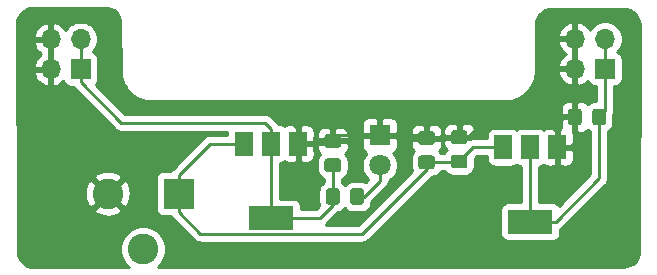
<source format=gbr>
G04 #@! TF.GenerationSoftware,KiCad,Pcbnew,5.1.5-52549c5~84~ubuntu18.04.1*
G04 #@! TF.CreationDate,2020-03-09T20:57:05+05:30*
G04 #@! TF.ProjectId,esdm,6573646d-2e6b-4696-9361-645f70636258,rev?*
G04 #@! TF.SameCoordinates,Original*
G04 #@! TF.FileFunction,Copper,L1,Top*
G04 #@! TF.FilePolarity,Positive*
%FSLAX46Y46*%
G04 Gerber Fmt 4.6, Leading zero omitted, Abs format (unit mm)*
G04 Created by KiCad (PCBNEW 5.1.5-52549c5~84~ubuntu18.04.1) date 2020-03-09 20:57:05*
%MOMM*%
%LPD*%
G04 APERTURE LIST*
%ADD10R,2.600000X2.600000*%
%ADD11C,2.600000*%
%ADD12C,0.100000*%
%ADD13R,1.800000X1.800000*%
%ADD14C,1.800000*%
%ADD15R,3.800000X2.000000*%
%ADD16R,1.500000X2.000000*%
%ADD17R,1.700000X1.700000*%
%ADD18O,1.700000X1.700000*%
%ADD19C,0.250000*%
%ADD20C,0.254000*%
G04 APERTURE END LIST*
D10*
X129380000Y-72350000D03*
D11*
X123380000Y-72350000D03*
X126380000Y-77050000D03*
G04 #@! TA.AperFunction,SMDPad,CuDef*
D12*
G36*
X142904505Y-67321204D02*
G01*
X142928773Y-67324804D01*
X142952572Y-67330765D01*
X142975671Y-67339030D01*
X142997850Y-67349520D01*
X143018893Y-67362132D01*
X143038599Y-67376747D01*
X143056777Y-67393223D01*
X143073253Y-67411401D01*
X143087868Y-67431107D01*
X143100480Y-67452150D01*
X143110970Y-67474329D01*
X143119235Y-67497428D01*
X143125196Y-67521227D01*
X143128796Y-67545495D01*
X143130000Y-67569999D01*
X143130000Y-68220001D01*
X143128796Y-68244505D01*
X143125196Y-68268773D01*
X143119235Y-68292572D01*
X143110970Y-68315671D01*
X143100480Y-68337850D01*
X143087868Y-68358893D01*
X143073253Y-68378599D01*
X143056777Y-68396777D01*
X143038599Y-68413253D01*
X143018893Y-68427868D01*
X142997850Y-68440480D01*
X142975671Y-68450970D01*
X142952572Y-68459235D01*
X142928773Y-68465196D01*
X142904505Y-68468796D01*
X142880001Y-68470000D01*
X141979999Y-68470000D01*
X141955495Y-68468796D01*
X141931227Y-68465196D01*
X141907428Y-68459235D01*
X141884329Y-68450970D01*
X141862150Y-68440480D01*
X141841107Y-68427868D01*
X141821401Y-68413253D01*
X141803223Y-68396777D01*
X141786747Y-68378599D01*
X141772132Y-68358893D01*
X141759520Y-68337850D01*
X141749030Y-68315671D01*
X141740765Y-68292572D01*
X141734804Y-68268773D01*
X141731204Y-68244505D01*
X141730000Y-68220001D01*
X141730000Y-67569999D01*
X141731204Y-67545495D01*
X141734804Y-67521227D01*
X141740765Y-67497428D01*
X141749030Y-67474329D01*
X141759520Y-67452150D01*
X141772132Y-67431107D01*
X141786747Y-67411401D01*
X141803223Y-67393223D01*
X141821401Y-67376747D01*
X141841107Y-67362132D01*
X141862150Y-67349520D01*
X141884329Y-67339030D01*
X141907428Y-67330765D01*
X141931227Y-67324804D01*
X141955495Y-67321204D01*
X141979999Y-67320000D01*
X142880001Y-67320000D01*
X142904505Y-67321204D01*
G37*
G04 #@! TD.AperFunction*
G04 #@! TA.AperFunction,SMDPad,CuDef*
G36*
X142904505Y-69371204D02*
G01*
X142928773Y-69374804D01*
X142952572Y-69380765D01*
X142975671Y-69389030D01*
X142997850Y-69399520D01*
X143018893Y-69412132D01*
X143038599Y-69426747D01*
X143056777Y-69443223D01*
X143073253Y-69461401D01*
X143087868Y-69481107D01*
X143100480Y-69502150D01*
X143110970Y-69524329D01*
X143119235Y-69547428D01*
X143125196Y-69571227D01*
X143128796Y-69595495D01*
X143130000Y-69619999D01*
X143130000Y-70270001D01*
X143128796Y-70294505D01*
X143125196Y-70318773D01*
X143119235Y-70342572D01*
X143110970Y-70365671D01*
X143100480Y-70387850D01*
X143087868Y-70408893D01*
X143073253Y-70428599D01*
X143056777Y-70446777D01*
X143038599Y-70463253D01*
X143018893Y-70477868D01*
X142997850Y-70490480D01*
X142975671Y-70500970D01*
X142952572Y-70509235D01*
X142928773Y-70515196D01*
X142904505Y-70518796D01*
X142880001Y-70520000D01*
X141979999Y-70520000D01*
X141955495Y-70518796D01*
X141931227Y-70515196D01*
X141907428Y-70509235D01*
X141884329Y-70500970D01*
X141862150Y-70490480D01*
X141841107Y-70477868D01*
X141821401Y-70463253D01*
X141803223Y-70446777D01*
X141786747Y-70428599D01*
X141772132Y-70408893D01*
X141759520Y-70387850D01*
X141749030Y-70365671D01*
X141740765Y-70342572D01*
X141734804Y-70318773D01*
X141731204Y-70294505D01*
X141730000Y-70270001D01*
X141730000Y-69619999D01*
X141731204Y-69595495D01*
X141734804Y-69571227D01*
X141740765Y-69547428D01*
X141749030Y-69524329D01*
X141759520Y-69502150D01*
X141772132Y-69481107D01*
X141786747Y-69461401D01*
X141803223Y-69443223D01*
X141821401Y-69426747D01*
X141841107Y-69412132D01*
X141862150Y-69399520D01*
X141884329Y-69389030D01*
X141907428Y-69380765D01*
X141931227Y-69374804D01*
X141955495Y-69371204D01*
X141979999Y-69370000D01*
X142880001Y-69370000D01*
X142904505Y-69371204D01*
G37*
G04 #@! TD.AperFunction*
D13*
X146410000Y-67410000D03*
D14*
X146410000Y-69950000D03*
D15*
X159160000Y-74720000D03*
D16*
X159160000Y-68420000D03*
X156860000Y-68420000D03*
X161460000Y-68420000D03*
D17*
X165480000Y-61790000D03*
D18*
X165480000Y-59250000D03*
X162940000Y-61790000D03*
X162940000Y-59250000D03*
G04 #@! TA.AperFunction,SMDPad,CuDef*
D12*
G36*
X150844505Y-67071204D02*
G01*
X150868773Y-67074804D01*
X150892572Y-67080765D01*
X150915671Y-67089030D01*
X150937850Y-67099520D01*
X150958893Y-67112132D01*
X150978599Y-67126747D01*
X150996777Y-67143223D01*
X151013253Y-67161401D01*
X151027868Y-67181107D01*
X151040480Y-67202150D01*
X151050970Y-67224329D01*
X151059235Y-67247428D01*
X151065196Y-67271227D01*
X151068796Y-67295495D01*
X151070000Y-67319999D01*
X151070000Y-67970001D01*
X151068796Y-67994505D01*
X151065196Y-68018773D01*
X151059235Y-68042572D01*
X151050970Y-68065671D01*
X151040480Y-68087850D01*
X151027868Y-68108893D01*
X151013253Y-68128599D01*
X150996777Y-68146777D01*
X150978599Y-68163253D01*
X150958893Y-68177868D01*
X150937850Y-68190480D01*
X150915671Y-68200970D01*
X150892572Y-68209235D01*
X150868773Y-68215196D01*
X150844505Y-68218796D01*
X150820001Y-68220000D01*
X149919999Y-68220000D01*
X149895495Y-68218796D01*
X149871227Y-68215196D01*
X149847428Y-68209235D01*
X149824329Y-68200970D01*
X149802150Y-68190480D01*
X149781107Y-68177868D01*
X149761401Y-68163253D01*
X149743223Y-68146777D01*
X149726747Y-68128599D01*
X149712132Y-68108893D01*
X149699520Y-68087850D01*
X149689030Y-68065671D01*
X149680765Y-68042572D01*
X149674804Y-68018773D01*
X149671204Y-67994505D01*
X149670000Y-67970001D01*
X149670000Y-67319999D01*
X149671204Y-67295495D01*
X149674804Y-67271227D01*
X149680765Y-67247428D01*
X149689030Y-67224329D01*
X149699520Y-67202150D01*
X149712132Y-67181107D01*
X149726747Y-67161401D01*
X149743223Y-67143223D01*
X149761401Y-67126747D01*
X149781107Y-67112132D01*
X149802150Y-67099520D01*
X149824329Y-67089030D01*
X149847428Y-67080765D01*
X149871227Y-67074804D01*
X149895495Y-67071204D01*
X149919999Y-67070000D01*
X150820001Y-67070000D01*
X150844505Y-67071204D01*
G37*
G04 #@! TD.AperFunction*
G04 #@! TA.AperFunction,SMDPad,CuDef*
G36*
X150844505Y-69121204D02*
G01*
X150868773Y-69124804D01*
X150892572Y-69130765D01*
X150915671Y-69139030D01*
X150937850Y-69149520D01*
X150958893Y-69162132D01*
X150978599Y-69176747D01*
X150996777Y-69193223D01*
X151013253Y-69211401D01*
X151027868Y-69231107D01*
X151040480Y-69252150D01*
X151050970Y-69274329D01*
X151059235Y-69297428D01*
X151065196Y-69321227D01*
X151068796Y-69345495D01*
X151070000Y-69369999D01*
X151070000Y-70020001D01*
X151068796Y-70044505D01*
X151065196Y-70068773D01*
X151059235Y-70092572D01*
X151050970Y-70115671D01*
X151040480Y-70137850D01*
X151027868Y-70158893D01*
X151013253Y-70178599D01*
X150996777Y-70196777D01*
X150978599Y-70213253D01*
X150958893Y-70227868D01*
X150937850Y-70240480D01*
X150915671Y-70250970D01*
X150892572Y-70259235D01*
X150868773Y-70265196D01*
X150844505Y-70268796D01*
X150820001Y-70270000D01*
X149919999Y-70270000D01*
X149895495Y-70268796D01*
X149871227Y-70265196D01*
X149847428Y-70259235D01*
X149824329Y-70250970D01*
X149802150Y-70240480D01*
X149781107Y-70227868D01*
X149761401Y-70213253D01*
X149743223Y-70196777D01*
X149726747Y-70178599D01*
X149712132Y-70158893D01*
X149699520Y-70137850D01*
X149689030Y-70115671D01*
X149680765Y-70092572D01*
X149674804Y-70068773D01*
X149671204Y-70044505D01*
X149670000Y-70020001D01*
X149670000Y-69369999D01*
X149671204Y-69345495D01*
X149674804Y-69321227D01*
X149680765Y-69297428D01*
X149689030Y-69274329D01*
X149699520Y-69252150D01*
X149712132Y-69231107D01*
X149726747Y-69211401D01*
X149743223Y-69193223D01*
X149761401Y-69176747D01*
X149781107Y-69162132D01*
X149802150Y-69149520D01*
X149824329Y-69139030D01*
X149847428Y-69130765D01*
X149871227Y-69124804D01*
X149895495Y-69121204D01*
X149919999Y-69120000D01*
X150820001Y-69120000D01*
X150844505Y-69121204D01*
G37*
G04 #@! TD.AperFunction*
G04 #@! TA.AperFunction,SMDPad,CuDef*
G36*
X153614505Y-69051204D02*
G01*
X153638773Y-69054804D01*
X153662572Y-69060765D01*
X153685671Y-69069030D01*
X153707850Y-69079520D01*
X153728893Y-69092132D01*
X153748599Y-69106747D01*
X153766777Y-69123223D01*
X153783253Y-69141401D01*
X153797868Y-69161107D01*
X153810480Y-69182150D01*
X153820970Y-69204329D01*
X153829235Y-69227428D01*
X153835196Y-69251227D01*
X153838796Y-69275495D01*
X153840000Y-69299999D01*
X153840000Y-69950001D01*
X153838796Y-69974505D01*
X153835196Y-69998773D01*
X153829235Y-70022572D01*
X153820970Y-70045671D01*
X153810480Y-70067850D01*
X153797868Y-70088893D01*
X153783253Y-70108599D01*
X153766777Y-70126777D01*
X153748599Y-70143253D01*
X153728893Y-70157868D01*
X153707850Y-70170480D01*
X153685671Y-70180970D01*
X153662572Y-70189235D01*
X153638773Y-70195196D01*
X153614505Y-70198796D01*
X153590001Y-70200000D01*
X152689999Y-70200000D01*
X152665495Y-70198796D01*
X152641227Y-70195196D01*
X152617428Y-70189235D01*
X152594329Y-70180970D01*
X152572150Y-70170480D01*
X152551107Y-70157868D01*
X152531401Y-70143253D01*
X152513223Y-70126777D01*
X152496747Y-70108599D01*
X152482132Y-70088893D01*
X152469520Y-70067850D01*
X152459030Y-70045671D01*
X152450765Y-70022572D01*
X152444804Y-69998773D01*
X152441204Y-69974505D01*
X152440000Y-69950001D01*
X152440000Y-69299999D01*
X152441204Y-69275495D01*
X152444804Y-69251227D01*
X152450765Y-69227428D01*
X152459030Y-69204329D01*
X152469520Y-69182150D01*
X152482132Y-69161107D01*
X152496747Y-69141401D01*
X152513223Y-69123223D01*
X152531401Y-69106747D01*
X152551107Y-69092132D01*
X152572150Y-69079520D01*
X152594329Y-69069030D01*
X152617428Y-69060765D01*
X152641227Y-69054804D01*
X152665495Y-69051204D01*
X152689999Y-69050000D01*
X153590001Y-69050000D01*
X153614505Y-69051204D01*
G37*
G04 #@! TD.AperFunction*
G04 #@! TA.AperFunction,SMDPad,CuDef*
G36*
X153614505Y-67001204D02*
G01*
X153638773Y-67004804D01*
X153662572Y-67010765D01*
X153685671Y-67019030D01*
X153707850Y-67029520D01*
X153728893Y-67042132D01*
X153748599Y-67056747D01*
X153766777Y-67073223D01*
X153783253Y-67091401D01*
X153797868Y-67111107D01*
X153810480Y-67132150D01*
X153820970Y-67154329D01*
X153829235Y-67177428D01*
X153835196Y-67201227D01*
X153838796Y-67225495D01*
X153840000Y-67249999D01*
X153840000Y-67900001D01*
X153838796Y-67924505D01*
X153835196Y-67948773D01*
X153829235Y-67972572D01*
X153820970Y-67995671D01*
X153810480Y-68017850D01*
X153797868Y-68038893D01*
X153783253Y-68058599D01*
X153766777Y-68076777D01*
X153748599Y-68093253D01*
X153728893Y-68107868D01*
X153707850Y-68120480D01*
X153685671Y-68130970D01*
X153662572Y-68139235D01*
X153638773Y-68145196D01*
X153614505Y-68148796D01*
X153590001Y-68150000D01*
X152689999Y-68150000D01*
X152665495Y-68148796D01*
X152641227Y-68145196D01*
X152617428Y-68139235D01*
X152594329Y-68130970D01*
X152572150Y-68120480D01*
X152551107Y-68107868D01*
X152531401Y-68093253D01*
X152513223Y-68076777D01*
X152496747Y-68058599D01*
X152482132Y-68038893D01*
X152469520Y-68017850D01*
X152459030Y-67995671D01*
X152450765Y-67972572D01*
X152444804Y-67948773D01*
X152441204Y-67924505D01*
X152440000Y-67900001D01*
X152440000Y-67249999D01*
X152441204Y-67225495D01*
X152444804Y-67201227D01*
X152450765Y-67177428D01*
X152459030Y-67154329D01*
X152469520Y-67132150D01*
X152482132Y-67111107D01*
X152496747Y-67091401D01*
X152513223Y-67073223D01*
X152531401Y-67056747D01*
X152551107Y-67042132D01*
X152572150Y-67029520D01*
X152594329Y-67019030D01*
X152617428Y-67010765D01*
X152641227Y-67004804D01*
X152665495Y-67001204D01*
X152689999Y-67000000D01*
X153590001Y-67000000D01*
X153614505Y-67001204D01*
G37*
G04 #@! TD.AperFunction*
G04 #@! TA.AperFunction,SMDPad,CuDef*
G36*
X163284505Y-65161204D02*
G01*
X163308773Y-65164804D01*
X163332572Y-65170765D01*
X163355671Y-65179030D01*
X163377850Y-65189520D01*
X163398893Y-65202132D01*
X163418599Y-65216747D01*
X163436777Y-65233223D01*
X163453253Y-65251401D01*
X163467868Y-65271107D01*
X163480480Y-65292150D01*
X163490970Y-65314329D01*
X163499235Y-65337428D01*
X163505196Y-65361227D01*
X163508796Y-65385495D01*
X163510000Y-65409999D01*
X163510000Y-66310001D01*
X163508796Y-66334505D01*
X163505196Y-66358773D01*
X163499235Y-66382572D01*
X163490970Y-66405671D01*
X163480480Y-66427850D01*
X163467868Y-66448893D01*
X163453253Y-66468599D01*
X163436777Y-66486777D01*
X163418599Y-66503253D01*
X163398893Y-66517868D01*
X163377850Y-66530480D01*
X163355671Y-66540970D01*
X163332572Y-66549235D01*
X163308773Y-66555196D01*
X163284505Y-66558796D01*
X163260001Y-66560000D01*
X162609999Y-66560000D01*
X162585495Y-66558796D01*
X162561227Y-66555196D01*
X162537428Y-66549235D01*
X162514329Y-66540970D01*
X162492150Y-66530480D01*
X162471107Y-66517868D01*
X162451401Y-66503253D01*
X162433223Y-66486777D01*
X162416747Y-66468599D01*
X162402132Y-66448893D01*
X162389520Y-66427850D01*
X162379030Y-66405671D01*
X162370765Y-66382572D01*
X162364804Y-66358773D01*
X162361204Y-66334505D01*
X162360000Y-66310001D01*
X162360000Y-65409999D01*
X162361204Y-65385495D01*
X162364804Y-65361227D01*
X162370765Y-65337428D01*
X162379030Y-65314329D01*
X162389520Y-65292150D01*
X162402132Y-65271107D01*
X162416747Y-65251401D01*
X162433223Y-65233223D01*
X162451401Y-65216747D01*
X162471107Y-65202132D01*
X162492150Y-65189520D01*
X162514329Y-65179030D01*
X162537428Y-65170765D01*
X162561227Y-65164804D01*
X162585495Y-65161204D01*
X162609999Y-65160000D01*
X163260001Y-65160000D01*
X163284505Y-65161204D01*
G37*
G04 #@! TD.AperFunction*
G04 #@! TA.AperFunction,SMDPad,CuDef*
G36*
X165334505Y-65161204D02*
G01*
X165358773Y-65164804D01*
X165382572Y-65170765D01*
X165405671Y-65179030D01*
X165427850Y-65189520D01*
X165448893Y-65202132D01*
X165468599Y-65216747D01*
X165486777Y-65233223D01*
X165503253Y-65251401D01*
X165517868Y-65271107D01*
X165530480Y-65292150D01*
X165540970Y-65314329D01*
X165549235Y-65337428D01*
X165555196Y-65361227D01*
X165558796Y-65385495D01*
X165560000Y-65409999D01*
X165560000Y-66310001D01*
X165558796Y-66334505D01*
X165555196Y-66358773D01*
X165549235Y-66382572D01*
X165540970Y-66405671D01*
X165530480Y-66427850D01*
X165517868Y-66448893D01*
X165503253Y-66468599D01*
X165486777Y-66486777D01*
X165468599Y-66503253D01*
X165448893Y-66517868D01*
X165427850Y-66530480D01*
X165405671Y-66540970D01*
X165382572Y-66549235D01*
X165358773Y-66555196D01*
X165334505Y-66558796D01*
X165310001Y-66560000D01*
X164659999Y-66560000D01*
X164635495Y-66558796D01*
X164611227Y-66555196D01*
X164587428Y-66549235D01*
X164564329Y-66540970D01*
X164542150Y-66530480D01*
X164521107Y-66517868D01*
X164501401Y-66503253D01*
X164483223Y-66486777D01*
X164466747Y-66468599D01*
X164452132Y-66448893D01*
X164439520Y-66427850D01*
X164429030Y-66405671D01*
X164420765Y-66382572D01*
X164414804Y-66358773D01*
X164411204Y-66334505D01*
X164410000Y-66310001D01*
X164410000Y-65409999D01*
X164411204Y-65385495D01*
X164414804Y-65361227D01*
X164420765Y-65337428D01*
X164429030Y-65314329D01*
X164439520Y-65292150D01*
X164452132Y-65271107D01*
X164466747Y-65251401D01*
X164483223Y-65233223D01*
X164501401Y-65216747D01*
X164521107Y-65202132D01*
X164542150Y-65189520D01*
X164564329Y-65179030D01*
X164587428Y-65170765D01*
X164611227Y-65164804D01*
X164635495Y-65161204D01*
X164659999Y-65160000D01*
X165310001Y-65160000D01*
X165334505Y-65161204D01*
G37*
G04 #@! TD.AperFunction*
D18*
X118540000Y-59270000D03*
X118540000Y-61810000D03*
X121080000Y-59270000D03*
D17*
X121080000Y-61810000D03*
G04 #@! TA.AperFunction,SMDPad,CuDef*
D12*
G36*
X142784505Y-71901204D02*
G01*
X142808773Y-71904804D01*
X142832572Y-71910765D01*
X142855671Y-71919030D01*
X142877850Y-71929520D01*
X142898893Y-71942132D01*
X142918599Y-71956747D01*
X142936777Y-71973223D01*
X142953253Y-71991401D01*
X142967868Y-72011107D01*
X142980480Y-72032150D01*
X142990970Y-72054329D01*
X142999235Y-72077428D01*
X143005196Y-72101227D01*
X143008796Y-72125495D01*
X143010000Y-72149999D01*
X143010000Y-73050001D01*
X143008796Y-73074505D01*
X143005196Y-73098773D01*
X142999235Y-73122572D01*
X142990970Y-73145671D01*
X142980480Y-73167850D01*
X142967868Y-73188893D01*
X142953253Y-73208599D01*
X142936777Y-73226777D01*
X142918599Y-73243253D01*
X142898893Y-73257868D01*
X142877850Y-73270480D01*
X142855671Y-73280970D01*
X142832572Y-73289235D01*
X142808773Y-73295196D01*
X142784505Y-73298796D01*
X142760001Y-73300000D01*
X142109999Y-73300000D01*
X142085495Y-73298796D01*
X142061227Y-73295196D01*
X142037428Y-73289235D01*
X142014329Y-73280970D01*
X141992150Y-73270480D01*
X141971107Y-73257868D01*
X141951401Y-73243253D01*
X141933223Y-73226777D01*
X141916747Y-73208599D01*
X141902132Y-73188893D01*
X141889520Y-73167850D01*
X141879030Y-73145671D01*
X141870765Y-73122572D01*
X141864804Y-73098773D01*
X141861204Y-73074505D01*
X141860000Y-73050001D01*
X141860000Y-72149999D01*
X141861204Y-72125495D01*
X141864804Y-72101227D01*
X141870765Y-72077428D01*
X141879030Y-72054329D01*
X141889520Y-72032150D01*
X141902132Y-72011107D01*
X141916747Y-71991401D01*
X141933223Y-71973223D01*
X141951401Y-71956747D01*
X141971107Y-71942132D01*
X141992150Y-71929520D01*
X142014329Y-71919030D01*
X142037428Y-71910765D01*
X142061227Y-71904804D01*
X142085495Y-71901204D01*
X142109999Y-71900000D01*
X142760001Y-71900000D01*
X142784505Y-71901204D01*
G37*
G04 #@! TD.AperFunction*
G04 #@! TA.AperFunction,SMDPad,CuDef*
G36*
X144834505Y-71901204D02*
G01*
X144858773Y-71904804D01*
X144882572Y-71910765D01*
X144905671Y-71919030D01*
X144927850Y-71929520D01*
X144948893Y-71942132D01*
X144968599Y-71956747D01*
X144986777Y-71973223D01*
X145003253Y-71991401D01*
X145017868Y-72011107D01*
X145030480Y-72032150D01*
X145040970Y-72054329D01*
X145049235Y-72077428D01*
X145055196Y-72101227D01*
X145058796Y-72125495D01*
X145060000Y-72149999D01*
X145060000Y-73050001D01*
X145058796Y-73074505D01*
X145055196Y-73098773D01*
X145049235Y-73122572D01*
X145040970Y-73145671D01*
X145030480Y-73167850D01*
X145017868Y-73188893D01*
X145003253Y-73208599D01*
X144986777Y-73226777D01*
X144968599Y-73243253D01*
X144948893Y-73257868D01*
X144927850Y-73270480D01*
X144905671Y-73280970D01*
X144882572Y-73289235D01*
X144858773Y-73295196D01*
X144834505Y-73298796D01*
X144810001Y-73300000D01*
X144159999Y-73300000D01*
X144135495Y-73298796D01*
X144111227Y-73295196D01*
X144087428Y-73289235D01*
X144064329Y-73280970D01*
X144042150Y-73270480D01*
X144021107Y-73257868D01*
X144001401Y-73243253D01*
X143983223Y-73226777D01*
X143966747Y-73208599D01*
X143952132Y-73188893D01*
X143939520Y-73167850D01*
X143929030Y-73145671D01*
X143920765Y-73122572D01*
X143914804Y-73098773D01*
X143911204Y-73074505D01*
X143910000Y-73050001D01*
X143910000Y-72149999D01*
X143911204Y-72125495D01*
X143914804Y-72101227D01*
X143920765Y-72077428D01*
X143929030Y-72054329D01*
X143939520Y-72032150D01*
X143952132Y-72011107D01*
X143966747Y-71991401D01*
X143983223Y-71973223D01*
X144001401Y-71956747D01*
X144021107Y-71942132D01*
X144042150Y-71929520D01*
X144064329Y-71919030D01*
X144087428Y-71910765D01*
X144111227Y-71904804D01*
X144135495Y-71901204D01*
X144159999Y-71900000D01*
X144810001Y-71900000D01*
X144834505Y-71901204D01*
G37*
G04 #@! TD.AperFunction*
D16*
X139500000Y-68110000D03*
X134900000Y-68110000D03*
X137200000Y-68110000D03*
D15*
X137200000Y-74410000D03*
D19*
X153070000Y-69695000D02*
X153140000Y-69625000D01*
X150370000Y-69695000D02*
X153070000Y-69695000D01*
X154345000Y-68420000D02*
X153140000Y-69625000D01*
X156860000Y-68420000D02*
X154345000Y-68420000D01*
X131215001Y-75735001D02*
X129380000Y-73900000D01*
X144904999Y-75735001D02*
X131215001Y-75735001D01*
X150370000Y-70270000D02*
X144904999Y-75735001D01*
X129380000Y-73900000D02*
X129380000Y-72350000D01*
X150370000Y-69695000D02*
X150370000Y-70270000D01*
X129380000Y-70800000D02*
X132070000Y-68110000D01*
X133900000Y-68110000D02*
X134900000Y-68110000D01*
X132070000Y-68110000D02*
X133900000Y-68110000D01*
X129380000Y-72350000D02*
X129380000Y-70800000D01*
X118540000Y-60472081D02*
X118540000Y-61810000D01*
X118540000Y-59270000D02*
X118540000Y-60472081D01*
X161465000Y-68415000D02*
X161460000Y-68420000D01*
X162940000Y-65855000D02*
X162935000Y-65860000D01*
X162940000Y-61790000D02*
X162940000Y-65855000D01*
X162460000Y-68420000D02*
X161460000Y-68420000D01*
X162935000Y-67945000D02*
X162460000Y-68420000D01*
X162935000Y-65860000D02*
X162935000Y-67945000D01*
X153070000Y-67645000D02*
X153140000Y-67575000D01*
X150370000Y-67645000D02*
X153070000Y-67645000D01*
X150135000Y-67410000D02*
X150370000Y-67645000D01*
X146410000Y-67410000D02*
X150135000Y-67410000D01*
X161460000Y-67170000D02*
X161460000Y-68420000D01*
X161080000Y-66790000D02*
X161460000Y-67170000D01*
X153840000Y-67575000D02*
X154625000Y-66790000D01*
X154625000Y-66790000D02*
X161080000Y-66790000D01*
X153140000Y-67575000D02*
X153840000Y-67575000D01*
X142915000Y-67410000D02*
X142430000Y-67895000D01*
X146410000Y-67410000D02*
X142915000Y-67410000D01*
X118540000Y-67510000D02*
X123380000Y-72350000D01*
X118540000Y-61810000D02*
X118540000Y-67510000D01*
X118540000Y-58067919D02*
X119727919Y-56880000D01*
X118540000Y-59270000D02*
X118540000Y-58067919D01*
X119727919Y-56880000D02*
X122680000Y-56880000D01*
X122680000Y-56880000D02*
X124110000Y-58310000D01*
X124110000Y-63130000D02*
X126310000Y-65330000D01*
X124110000Y-58310000D02*
X124110000Y-63130000D01*
X126310000Y-65330000D02*
X137970000Y-65330000D01*
X142215000Y-68110000D02*
X142430000Y-67895000D01*
X162940000Y-59250000D02*
X162940000Y-61790000D01*
X137970000Y-65330000D02*
X139500000Y-66860000D01*
X139500000Y-68110000D02*
X142215000Y-68110000D01*
X139500000Y-66860000D02*
X139500000Y-68110000D01*
X159160000Y-69670000D02*
X159160000Y-74720000D01*
X159160000Y-68420000D02*
X159160000Y-69670000D01*
X159160000Y-73470000D02*
X159160000Y-74720000D01*
X161310000Y-74720000D02*
X159160000Y-74720000D01*
X164985000Y-71045000D02*
X161310000Y-74720000D01*
X164985000Y-65860000D02*
X164985000Y-71045000D01*
X165480000Y-60452081D02*
X165480000Y-61790000D01*
X165480000Y-59250000D02*
X165480000Y-60452081D01*
X165480000Y-65365000D02*
X164985000Y-65860000D01*
X165480000Y-61790000D02*
X165480000Y-65365000D01*
X121080000Y-60472081D02*
X121080000Y-61810000D01*
X121080000Y-59270000D02*
X121080000Y-60472081D01*
X121080000Y-62910000D02*
X124540000Y-66370000D01*
X121080000Y-61810000D02*
X121080000Y-62910000D01*
X136710000Y-66370000D02*
X137200000Y-66860000D01*
X137200000Y-66860000D02*
X137200000Y-68110000D01*
X124540000Y-66370000D02*
X136710000Y-66370000D01*
X137200000Y-69360000D02*
X137200000Y-74410000D01*
X137200000Y-68110000D02*
X137200000Y-69360000D01*
X142430000Y-72595000D02*
X142435000Y-72600000D01*
X142430000Y-69945000D02*
X142430000Y-72595000D01*
X141325000Y-74410000D02*
X139350000Y-74410000D01*
X142435000Y-73300000D02*
X141325000Y-74410000D01*
X139350000Y-74410000D02*
X137200000Y-74410000D01*
X142435000Y-72600000D02*
X142435000Y-73300000D01*
X146410000Y-71222792D02*
X146410000Y-69950000D01*
X146410000Y-71250000D02*
X146410000Y-71222792D01*
X145060000Y-72600000D02*
X146410000Y-71250000D01*
X144485000Y-72600000D02*
X145060000Y-72600000D01*
D20*
G36*
X123411889Y-56627863D02*
G01*
X123654184Y-56701016D01*
X123877658Y-56819839D01*
X124073792Y-56979802D01*
X124235125Y-57174818D01*
X124355505Y-57397456D01*
X124430347Y-57639236D01*
X124460053Y-57921864D01*
X124470083Y-61954060D01*
X124472848Y-61981439D01*
X124472764Y-61993501D01*
X124473664Y-62002672D01*
X124513649Y-62383103D01*
X124525668Y-62441654D01*
X124536885Y-62500457D01*
X124539549Y-62509279D01*
X124652664Y-62874697D01*
X124675828Y-62929802D01*
X124698253Y-62985307D01*
X124702580Y-62993443D01*
X124884518Y-63329930D01*
X124917963Y-63379514D01*
X124950723Y-63429577D01*
X124956547Y-63436718D01*
X125200379Y-63731459D01*
X125242811Y-63773597D01*
X125284677Y-63816349D01*
X125291778Y-63822223D01*
X125588214Y-64063989D01*
X125638022Y-64097082D01*
X125687396Y-64130889D01*
X125695502Y-64135272D01*
X126033251Y-64314856D01*
X126088566Y-64337655D01*
X126143538Y-64361216D01*
X126152341Y-64363941D01*
X126518540Y-64474503D01*
X126577234Y-64486125D01*
X126635731Y-64498559D01*
X126644896Y-64499522D01*
X127025595Y-64536850D01*
X127025601Y-64536850D01*
X127057361Y-64539989D01*
X157032198Y-64550010D01*
X157061328Y-64547151D01*
X157073501Y-64547236D01*
X157082672Y-64546336D01*
X157463103Y-64506351D01*
X157521654Y-64494332D01*
X157580457Y-64483115D01*
X157589279Y-64480451D01*
X157954697Y-64367336D01*
X158009802Y-64344172D01*
X158065307Y-64321747D01*
X158073443Y-64317420D01*
X158409930Y-64135482D01*
X158459514Y-64102037D01*
X158509577Y-64069277D01*
X158516718Y-64063453D01*
X158811459Y-63819621D01*
X158853597Y-63777189D01*
X158896349Y-63735323D01*
X158902223Y-63728222D01*
X159143989Y-63431786D01*
X159177082Y-63381978D01*
X159210889Y-63332604D01*
X159215272Y-63324498D01*
X159394856Y-62986749D01*
X159417655Y-62931434D01*
X159441216Y-62876462D01*
X159443941Y-62867659D01*
X159554503Y-62501460D01*
X159566125Y-62442766D01*
X159578559Y-62384269D01*
X159579522Y-62375104D01*
X159601898Y-62146891D01*
X161498519Y-62146891D01*
X161595843Y-62421252D01*
X161744822Y-62671355D01*
X161939731Y-62887588D01*
X162173080Y-63061641D01*
X162435901Y-63186825D01*
X162583110Y-63231476D01*
X162813000Y-63110155D01*
X162813000Y-61917000D01*
X161619186Y-61917000D01*
X161498519Y-62146891D01*
X159601898Y-62146891D01*
X159616850Y-61994405D01*
X159616850Y-61994402D01*
X159620000Y-61962419D01*
X159620000Y-59606891D01*
X161498519Y-59606891D01*
X161595843Y-59881252D01*
X161744822Y-60131355D01*
X161939731Y-60347588D01*
X162170880Y-60520000D01*
X161939731Y-60692412D01*
X161744822Y-60908645D01*
X161595843Y-61158748D01*
X161498519Y-61433109D01*
X161619186Y-61663000D01*
X162813000Y-61663000D01*
X162813000Y-59377000D01*
X161619186Y-59377000D01*
X161498519Y-59606891D01*
X159620000Y-59606891D01*
X159620000Y-58893109D01*
X161498519Y-58893109D01*
X161619186Y-59123000D01*
X162813000Y-59123000D01*
X162813000Y-57929845D01*
X162583110Y-57808524D01*
X162435901Y-57853175D01*
X162173080Y-57978359D01*
X161939731Y-58152412D01*
X161744822Y-58368645D01*
X161595843Y-58618748D01*
X161498519Y-58893109D01*
X159620000Y-58893109D01*
X159620000Y-58062279D01*
X159647863Y-57778111D01*
X159721016Y-57535816D01*
X159839839Y-57312342D01*
X159999802Y-57116208D01*
X160194818Y-56954875D01*
X160417456Y-56834495D01*
X160659236Y-56759653D01*
X160941360Y-56730000D01*
X167077721Y-56730000D01*
X167361889Y-56757863D01*
X167604184Y-56831016D01*
X167827658Y-56949839D01*
X168023792Y-57109802D01*
X168185125Y-57304818D01*
X168305505Y-57527456D01*
X168380347Y-57769236D01*
X168409978Y-58051155D01*
X168390034Y-77197374D01*
X168362137Y-77481889D01*
X168288984Y-77724184D01*
X168170161Y-77947658D01*
X168010196Y-78143794D01*
X167815181Y-78305125D01*
X167592544Y-78425505D01*
X167350764Y-78500348D01*
X167068517Y-78530013D01*
X127612497Y-78553677D01*
X127613491Y-78553013D01*
X127883013Y-78283491D01*
X128094775Y-77966566D01*
X128240639Y-77614419D01*
X128315000Y-77240581D01*
X128315000Y-76859419D01*
X128240639Y-76485581D01*
X128094775Y-76133434D01*
X127883013Y-75816509D01*
X127613491Y-75546987D01*
X127296566Y-75335225D01*
X126944419Y-75189361D01*
X126570581Y-75115000D01*
X126189419Y-75115000D01*
X125815581Y-75189361D01*
X125463434Y-75335225D01*
X125146509Y-75546987D01*
X124876987Y-75816509D01*
X124665225Y-76133434D01*
X124519361Y-76485581D01*
X124445000Y-76859419D01*
X124445000Y-77240581D01*
X124519361Y-77614419D01*
X124665225Y-77966566D01*
X124876987Y-78283491D01*
X125146509Y-78553013D01*
X125149714Y-78555154D01*
X117102086Y-78559981D01*
X116818111Y-78532137D01*
X116575816Y-78458984D01*
X116352342Y-78340161D01*
X116156206Y-78180196D01*
X115994875Y-77985181D01*
X115874495Y-77762544D01*
X115799652Y-77520764D01*
X115769934Y-77238017D01*
X115758945Y-73699224D01*
X122210381Y-73699224D01*
X122342317Y-73994312D01*
X122683045Y-74165159D01*
X123050557Y-74266250D01*
X123430729Y-74293701D01*
X123808951Y-74246457D01*
X124170690Y-74126333D01*
X124417683Y-73994312D01*
X124549619Y-73699224D01*
X123380000Y-72529605D01*
X122210381Y-73699224D01*
X115758945Y-73699224D01*
X115754912Y-72400729D01*
X121436299Y-72400729D01*
X121483543Y-72778951D01*
X121603667Y-73140690D01*
X121735688Y-73387683D01*
X122030776Y-73519619D01*
X123200395Y-72350000D01*
X123559605Y-72350000D01*
X124729224Y-73519619D01*
X125024312Y-73387683D01*
X125195159Y-73046955D01*
X125296250Y-72679443D01*
X125323701Y-72299271D01*
X125276457Y-71921049D01*
X125156333Y-71559310D01*
X125024312Y-71312317D01*
X124729224Y-71180381D01*
X123559605Y-72350000D01*
X123200395Y-72350000D01*
X122030776Y-71180381D01*
X121735688Y-71312317D01*
X121564841Y-71653045D01*
X121463750Y-72020557D01*
X121436299Y-72400729D01*
X115754912Y-72400729D01*
X115750565Y-71000776D01*
X122210381Y-71000776D01*
X123380000Y-72170395D01*
X124549619Y-71000776D01*
X124417683Y-70705688D01*
X124076955Y-70534841D01*
X123709443Y-70433750D01*
X123329271Y-70406299D01*
X122951049Y-70453543D01*
X122589310Y-70573667D01*
X122342317Y-70705688D01*
X122210381Y-71000776D01*
X115750565Y-71000776D01*
X115723130Y-62166891D01*
X117098519Y-62166891D01*
X117195843Y-62441252D01*
X117344822Y-62691355D01*
X117539731Y-62907588D01*
X117773080Y-63081641D01*
X118035901Y-63206825D01*
X118183110Y-63251476D01*
X118413000Y-63130155D01*
X118413000Y-61937000D01*
X117219186Y-61937000D01*
X117098519Y-62166891D01*
X115723130Y-62166891D01*
X115715242Y-59626891D01*
X117098519Y-59626891D01*
X117195843Y-59901252D01*
X117344822Y-60151355D01*
X117539731Y-60367588D01*
X117770880Y-60540000D01*
X117539731Y-60712412D01*
X117344822Y-60928645D01*
X117195843Y-61178748D01*
X117098519Y-61453109D01*
X117219186Y-61683000D01*
X118413000Y-61683000D01*
X118413000Y-59397000D01*
X117219186Y-59397000D01*
X117098519Y-59626891D01*
X115715242Y-59626891D01*
X115713026Y-58913109D01*
X117098519Y-58913109D01*
X117219186Y-59143000D01*
X118413000Y-59143000D01*
X118413000Y-57949845D01*
X118667000Y-57949845D01*
X118667000Y-59143000D01*
X118687000Y-59143000D01*
X118687000Y-59397000D01*
X118667000Y-59397000D01*
X118667000Y-61683000D01*
X118687000Y-61683000D01*
X118687000Y-61937000D01*
X118667000Y-61937000D01*
X118667000Y-63130155D01*
X118896890Y-63251476D01*
X119044099Y-63206825D01*
X119306920Y-63081641D01*
X119540269Y-62907588D01*
X119616034Y-62823534D01*
X119640498Y-62904180D01*
X119699463Y-63014494D01*
X119778815Y-63111185D01*
X119875506Y-63190537D01*
X119985820Y-63249502D01*
X120105518Y-63285812D01*
X120230000Y-63298072D01*
X120425674Y-63298072D01*
X120445026Y-63334276D01*
X120483711Y-63381413D01*
X120540000Y-63450001D01*
X120568998Y-63473799D01*
X123976200Y-66881002D01*
X123999999Y-66910001D01*
X124028997Y-66933799D01*
X124115723Y-67004974D01*
X124228970Y-67065506D01*
X124247753Y-67075546D01*
X124391014Y-67119003D01*
X124502667Y-67130000D01*
X124502677Y-67130000D01*
X124540000Y-67133676D01*
X124577323Y-67130000D01*
X133511928Y-67130000D01*
X133511928Y-67350000D01*
X132107322Y-67350000D01*
X132069999Y-67346324D01*
X132032676Y-67350000D01*
X132032667Y-67350000D01*
X131921014Y-67360997D01*
X131777753Y-67404454D01*
X131645724Y-67475026D01*
X131645722Y-67475027D01*
X131645723Y-67475027D01*
X131558996Y-67546201D01*
X131558992Y-67546205D01*
X131529999Y-67569999D01*
X131506205Y-67598992D01*
X128868998Y-70236201D01*
X128840000Y-70259999D01*
X128816202Y-70288997D01*
X128816201Y-70288998D01*
X128745026Y-70375724D01*
X128725674Y-70411928D01*
X128080000Y-70411928D01*
X127955518Y-70424188D01*
X127835820Y-70460498D01*
X127725506Y-70519463D01*
X127628815Y-70598815D01*
X127549463Y-70695506D01*
X127490498Y-70805820D01*
X127454188Y-70925518D01*
X127441928Y-71050000D01*
X127441928Y-73650000D01*
X127454188Y-73774482D01*
X127490498Y-73894180D01*
X127549463Y-74004494D01*
X127628815Y-74101185D01*
X127725506Y-74180537D01*
X127835820Y-74239502D01*
X127955518Y-74275812D01*
X128080000Y-74288072D01*
X128725674Y-74288072D01*
X128745026Y-74324276D01*
X128784871Y-74372826D01*
X128839999Y-74440001D01*
X128869003Y-74463804D01*
X130651202Y-76246004D01*
X130675000Y-76275002D01*
X130790725Y-76369975D01*
X130922754Y-76440547D01*
X131066015Y-76484004D01*
X131177668Y-76495001D01*
X131177677Y-76495001D01*
X131215000Y-76498677D01*
X131252323Y-76495001D01*
X144867677Y-76495001D01*
X144904999Y-76498677D01*
X144942321Y-76495001D01*
X144942332Y-76495001D01*
X145053985Y-76484004D01*
X145197246Y-76440547D01*
X145329275Y-76369975D01*
X145445000Y-76275002D01*
X145468803Y-76245998D01*
X150806730Y-70908072D01*
X150820001Y-70908072D01*
X150993255Y-70891008D01*
X151159851Y-70840472D01*
X151313387Y-70758405D01*
X151447962Y-70647962D01*
X151558405Y-70513387D01*
X151589614Y-70455000D01*
X151961126Y-70455000D01*
X152062038Y-70577962D01*
X152196613Y-70688405D01*
X152350149Y-70770472D01*
X152516745Y-70821008D01*
X152689999Y-70838072D01*
X153590001Y-70838072D01*
X153763255Y-70821008D01*
X153929851Y-70770472D01*
X154083387Y-70688405D01*
X154217962Y-70577962D01*
X154328405Y-70443387D01*
X154410472Y-70289851D01*
X154461008Y-70123255D01*
X154478072Y-69950001D01*
X154478072Y-69361730D01*
X154659802Y-69180000D01*
X155471928Y-69180000D01*
X155471928Y-69420000D01*
X155484188Y-69544482D01*
X155520498Y-69664180D01*
X155579463Y-69774494D01*
X155658815Y-69871185D01*
X155755506Y-69950537D01*
X155865820Y-70009502D01*
X155985518Y-70045812D01*
X156110000Y-70058072D01*
X157610000Y-70058072D01*
X157734482Y-70045812D01*
X157854180Y-70009502D01*
X157964494Y-69950537D01*
X158010000Y-69913191D01*
X158055506Y-69950537D01*
X158165820Y-70009502D01*
X158285518Y-70045812D01*
X158400000Y-70057087D01*
X158400001Y-73081928D01*
X157260000Y-73081928D01*
X157135518Y-73094188D01*
X157015820Y-73130498D01*
X156905506Y-73189463D01*
X156808815Y-73268815D01*
X156729463Y-73365506D01*
X156670498Y-73475820D01*
X156634188Y-73595518D01*
X156621928Y-73720000D01*
X156621928Y-75720000D01*
X156634188Y-75844482D01*
X156670498Y-75964180D01*
X156729463Y-76074494D01*
X156808815Y-76171185D01*
X156905506Y-76250537D01*
X157015820Y-76309502D01*
X157135518Y-76345812D01*
X157260000Y-76358072D01*
X161060000Y-76358072D01*
X161184482Y-76345812D01*
X161304180Y-76309502D01*
X161414494Y-76250537D01*
X161511185Y-76171185D01*
X161590537Y-76074494D01*
X161649502Y-75964180D01*
X161685812Y-75844482D01*
X161698072Y-75720000D01*
X161698072Y-75374326D01*
X161734276Y-75354974D01*
X161850001Y-75260001D01*
X161873804Y-75230997D01*
X165496003Y-71608799D01*
X165525001Y-71585001D01*
X165619974Y-71469276D01*
X165690546Y-71337247D01*
X165734003Y-71193986D01*
X165745000Y-71082333D01*
X165745000Y-71082323D01*
X165748676Y-71045000D01*
X165745000Y-71007677D01*
X165745000Y-67079614D01*
X165803387Y-67048405D01*
X165937962Y-66937962D01*
X166048405Y-66803387D01*
X166130472Y-66649851D01*
X166181008Y-66483255D01*
X166198072Y-66310001D01*
X166198072Y-65615954D01*
X166229003Y-65513986D01*
X166240000Y-65402333D01*
X166240000Y-65402325D01*
X166243676Y-65365000D01*
X166240000Y-65327675D01*
X166240000Y-63278072D01*
X166330000Y-63278072D01*
X166454482Y-63265812D01*
X166574180Y-63229502D01*
X166684494Y-63170537D01*
X166781185Y-63091185D01*
X166860537Y-62994494D01*
X166919502Y-62884180D01*
X166955812Y-62764482D01*
X166968072Y-62640000D01*
X166968072Y-60940000D01*
X166955812Y-60815518D01*
X166919502Y-60695820D01*
X166860537Y-60585506D01*
X166781185Y-60488815D01*
X166684494Y-60409463D01*
X166574180Y-60350498D01*
X166501620Y-60328487D01*
X166633475Y-60196632D01*
X166795990Y-59953411D01*
X166907932Y-59683158D01*
X166965000Y-59396260D01*
X166965000Y-59103740D01*
X166907932Y-58816842D01*
X166795990Y-58546589D01*
X166633475Y-58303368D01*
X166426632Y-58096525D01*
X166183411Y-57934010D01*
X165913158Y-57822068D01*
X165626260Y-57765000D01*
X165333740Y-57765000D01*
X165046842Y-57822068D01*
X164776589Y-57934010D01*
X164533368Y-58096525D01*
X164326525Y-58303368D01*
X164204805Y-58485534D01*
X164135178Y-58368645D01*
X163940269Y-58152412D01*
X163706920Y-57978359D01*
X163444099Y-57853175D01*
X163296890Y-57808524D01*
X163067000Y-57929845D01*
X163067000Y-59123000D01*
X163087000Y-59123000D01*
X163087000Y-59377000D01*
X163067000Y-59377000D01*
X163067000Y-61663000D01*
X163087000Y-61663000D01*
X163087000Y-61917000D01*
X163067000Y-61917000D01*
X163067000Y-63110155D01*
X163296890Y-63231476D01*
X163444099Y-63186825D01*
X163706920Y-63061641D01*
X163940269Y-62887588D01*
X164016034Y-62803534D01*
X164040498Y-62884180D01*
X164099463Y-62994494D01*
X164178815Y-63091185D01*
X164275506Y-63170537D01*
X164385820Y-63229502D01*
X164505518Y-63265812D01*
X164630000Y-63278072D01*
X164720000Y-63278072D01*
X164720001Y-64521928D01*
X164659999Y-64521928D01*
X164486745Y-64538992D01*
X164320149Y-64589528D01*
X164166613Y-64671595D01*
X164032038Y-64782038D01*
X164026658Y-64788594D01*
X163961185Y-64708815D01*
X163864494Y-64629463D01*
X163754180Y-64570498D01*
X163634482Y-64534188D01*
X163510000Y-64521928D01*
X163220750Y-64525000D01*
X163062000Y-64683750D01*
X163062000Y-65733000D01*
X163082000Y-65733000D01*
X163082000Y-65987000D01*
X163062000Y-65987000D01*
X163062000Y-67036250D01*
X163220750Y-67195000D01*
X163510000Y-67198072D01*
X163634482Y-67185812D01*
X163754180Y-67149502D01*
X163864494Y-67090537D01*
X163961185Y-67011185D01*
X164026658Y-66931406D01*
X164032038Y-66937962D01*
X164166613Y-67048405D01*
X164225000Y-67079614D01*
X164225001Y-70730197D01*
X161590156Y-73365042D01*
X161511185Y-73268815D01*
X161414494Y-73189463D01*
X161304180Y-73130498D01*
X161184482Y-73094188D01*
X161060000Y-73081928D01*
X159920000Y-73081928D01*
X159920000Y-70057087D01*
X160034482Y-70045812D01*
X160154180Y-70009502D01*
X160264494Y-69950537D01*
X160310000Y-69913191D01*
X160355506Y-69950537D01*
X160465820Y-70009502D01*
X160585518Y-70045812D01*
X160710000Y-70058072D01*
X161174250Y-70055000D01*
X161333000Y-69896250D01*
X161333000Y-68547000D01*
X161587000Y-68547000D01*
X161587000Y-69896250D01*
X161745750Y-70055000D01*
X162210000Y-70058072D01*
X162334482Y-70045812D01*
X162454180Y-70009502D01*
X162564494Y-69950537D01*
X162661185Y-69871185D01*
X162740537Y-69774494D01*
X162799502Y-69664180D01*
X162835812Y-69544482D01*
X162848072Y-69420000D01*
X162845000Y-68705750D01*
X162686250Y-68547000D01*
X161587000Y-68547000D01*
X161333000Y-68547000D01*
X161313000Y-68547000D01*
X161313000Y-68293000D01*
X161333000Y-68293000D01*
X161333000Y-66943750D01*
X161587000Y-66943750D01*
X161587000Y-68293000D01*
X162686250Y-68293000D01*
X162845000Y-68134250D01*
X162848072Y-67420000D01*
X162835812Y-67295518D01*
X162799502Y-67175820D01*
X162753846Y-67090404D01*
X162808000Y-67036250D01*
X162808000Y-65987000D01*
X161883750Y-65987000D01*
X161725000Y-66145750D01*
X161721928Y-66560000D01*
X161734188Y-66684482D01*
X161764642Y-66784875D01*
X161745750Y-66785000D01*
X161587000Y-66943750D01*
X161333000Y-66943750D01*
X161174250Y-66785000D01*
X160710000Y-66781928D01*
X160585518Y-66794188D01*
X160465820Y-66830498D01*
X160355506Y-66889463D01*
X160310000Y-66926809D01*
X160264494Y-66889463D01*
X160154180Y-66830498D01*
X160034482Y-66794188D01*
X159910000Y-66781928D01*
X158410000Y-66781928D01*
X158285518Y-66794188D01*
X158165820Y-66830498D01*
X158055506Y-66889463D01*
X158010000Y-66926809D01*
X157964494Y-66889463D01*
X157854180Y-66830498D01*
X157734482Y-66794188D01*
X157610000Y-66781928D01*
X156110000Y-66781928D01*
X155985518Y-66794188D01*
X155865820Y-66830498D01*
X155755506Y-66889463D01*
X155658815Y-66968815D01*
X155579463Y-67065506D01*
X155520498Y-67175820D01*
X155484188Y-67295518D01*
X155471928Y-67420000D01*
X155471928Y-67660000D01*
X154382322Y-67660000D01*
X154344999Y-67656324D01*
X154307676Y-67660000D01*
X154307667Y-67660000D01*
X154196014Y-67670997D01*
X154093809Y-67702000D01*
X153267000Y-67702000D01*
X153267000Y-67722000D01*
X153013000Y-67722000D01*
X153013000Y-67702000D01*
X151963750Y-67702000D01*
X151805000Y-67860750D01*
X151801928Y-68150000D01*
X151814188Y-68274482D01*
X151850498Y-68394180D01*
X151909463Y-68504494D01*
X151988815Y-68601185D01*
X152068594Y-68666658D01*
X152062038Y-68672038D01*
X151951595Y-68806613D01*
X151882970Y-68935000D01*
X151589614Y-68935000D01*
X151558405Y-68876613D01*
X151447962Y-68742038D01*
X151441406Y-68736658D01*
X151521185Y-68671185D01*
X151600537Y-68574494D01*
X151659502Y-68464180D01*
X151695812Y-68344482D01*
X151708072Y-68220000D01*
X151705000Y-67930750D01*
X151546250Y-67772000D01*
X150497000Y-67772000D01*
X150497000Y-67792000D01*
X150243000Y-67792000D01*
X150243000Y-67772000D01*
X149193750Y-67772000D01*
X149035000Y-67930750D01*
X149031928Y-68220000D01*
X149044188Y-68344482D01*
X149080498Y-68464180D01*
X149139463Y-68574494D01*
X149218815Y-68671185D01*
X149298594Y-68736658D01*
X149292038Y-68742038D01*
X149181595Y-68876613D01*
X149099528Y-69030149D01*
X149048992Y-69196745D01*
X149031928Y-69369999D01*
X149031928Y-70020001D01*
X149048992Y-70193255D01*
X149099528Y-70359851D01*
X149136388Y-70428810D01*
X144590198Y-74975001D01*
X141834538Y-74975001D01*
X141865001Y-74950001D01*
X141888804Y-74920998D01*
X142883936Y-73925865D01*
X142933255Y-73921008D01*
X143099851Y-73870472D01*
X143253387Y-73788405D01*
X143387962Y-73677962D01*
X143460000Y-73590184D01*
X143532038Y-73677962D01*
X143666613Y-73788405D01*
X143820149Y-73870472D01*
X143986745Y-73921008D01*
X144159999Y-73938072D01*
X144810001Y-73938072D01*
X144983255Y-73921008D01*
X145149851Y-73870472D01*
X145303387Y-73788405D01*
X145437962Y-73677962D01*
X145548405Y-73543387D01*
X145630472Y-73389851D01*
X145681008Y-73223255D01*
X145698072Y-73050001D01*
X145698072Y-73036729D01*
X146921004Y-71813798D01*
X146950001Y-71790001D01*
X147044974Y-71674276D01*
X147115546Y-71542247D01*
X147159003Y-71398986D01*
X147169897Y-71288382D01*
X147388505Y-71142312D01*
X147602312Y-70928505D01*
X147770299Y-70677095D01*
X147886011Y-70397743D01*
X147945000Y-70101184D01*
X147945000Y-69798816D01*
X147886011Y-69502257D01*
X147770299Y-69222905D01*
X147602312Y-68971495D01*
X147535873Y-68905056D01*
X147554180Y-68899502D01*
X147664494Y-68840537D01*
X147761185Y-68761185D01*
X147840537Y-68664494D01*
X147899502Y-68554180D01*
X147935812Y-68434482D01*
X147948072Y-68310000D01*
X147945000Y-67695750D01*
X147786250Y-67537000D01*
X146537000Y-67537000D01*
X146537000Y-67557000D01*
X146283000Y-67557000D01*
X146283000Y-67537000D01*
X145033750Y-67537000D01*
X144875000Y-67695750D01*
X144871928Y-68310000D01*
X144884188Y-68434482D01*
X144920498Y-68554180D01*
X144979463Y-68664494D01*
X145058815Y-68761185D01*
X145155506Y-68840537D01*
X145265820Y-68899502D01*
X145284127Y-68905056D01*
X145217688Y-68971495D01*
X145049701Y-69222905D01*
X144933989Y-69502257D01*
X144875000Y-69798816D01*
X144875000Y-70101184D01*
X144933989Y-70397743D01*
X145049701Y-70677095D01*
X145217688Y-70928505D01*
X145431495Y-71142312D01*
X145438324Y-71146875D01*
X145218811Y-71366388D01*
X145149851Y-71329528D01*
X144983255Y-71278992D01*
X144810001Y-71261928D01*
X144159999Y-71261928D01*
X143986745Y-71278992D01*
X143820149Y-71329528D01*
X143666613Y-71411595D01*
X143532038Y-71522038D01*
X143460000Y-71609816D01*
X143387962Y-71522038D01*
X143253387Y-71411595D01*
X143190000Y-71377714D01*
X143190000Y-71099527D01*
X143219851Y-71090472D01*
X143373387Y-71008405D01*
X143507962Y-70897962D01*
X143618405Y-70763387D01*
X143700472Y-70609851D01*
X143751008Y-70443255D01*
X143768072Y-70270001D01*
X143768072Y-69619999D01*
X143751008Y-69446745D01*
X143700472Y-69280149D01*
X143618405Y-69126613D01*
X143507962Y-68992038D01*
X143501406Y-68986658D01*
X143581185Y-68921185D01*
X143660537Y-68824494D01*
X143719502Y-68714180D01*
X143755812Y-68594482D01*
X143768072Y-68470000D01*
X143765000Y-68180750D01*
X143606250Y-68022000D01*
X142557000Y-68022000D01*
X142557000Y-68042000D01*
X142303000Y-68042000D01*
X142303000Y-68022000D01*
X141253750Y-68022000D01*
X141095000Y-68180750D01*
X141091928Y-68470000D01*
X141104188Y-68594482D01*
X141140498Y-68714180D01*
X141199463Y-68824494D01*
X141278815Y-68921185D01*
X141358594Y-68986658D01*
X141352038Y-68992038D01*
X141241595Y-69126613D01*
X141159528Y-69280149D01*
X141108992Y-69446745D01*
X141091928Y-69619999D01*
X141091928Y-70270001D01*
X141108992Y-70443255D01*
X141159528Y-70609851D01*
X141241595Y-70763387D01*
X141352038Y-70897962D01*
X141486613Y-71008405D01*
X141640149Y-71090472D01*
X141670000Y-71099527D01*
X141670001Y-71383059D01*
X141616613Y-71411595D01*
X141482038Y-71522038D01*
X141371595Y-71656613D01*
X141289528Y-71810149D01*
X141238992Y-71976745D01*
X141221928Y-72149999D01*
X141221928Y-73050001D01*
X141238992Y-73223255D01*
X141285064Y-73375135D01*
X141010199Y-73650000D01*
X139738072Y-73650000D01*
X139738072Y-73410000D01*
X139725812Y-73285518D01*
X139689502Y-73165820D01*
X139630537Y-73055506D01*
X139551185Y-72958815D01*
X139454494Y-72879463D01*
X139344180Y-72820498D01*
X139224482Y-72784188D01*
X139100000Y-72771928D01*
X137960000Y-72771928D01*
X137960000Y-69747087D01*
X138074482Y-69735812D01*
X138194180Y-69699502D01*
X138304494Y-69640537D01*
X138350000Y-69603191D01*
X138395506Y-69640537D01*
X138505820Y-69699502D01*
X138625518Y-69735812D01*
X138750000Y-69748072D01*
X139214250Y-69745000D01*
X139373000Y-69586250D01*
X139373000Y-68237000D01*
X139627000Y-68237000D01*
X139627000Y-69586250D01*
X139785750Y-69745000D01*
X140250000Y-69748072D01*
X140374482Y-69735812D01*
X140494180Y-69699502D01*
X140604494Y-69640537D01*
X140701185Y-69561185D01*
X140780537Y-69464494D01*
X140839502Y-69354180D01*
X140875812Y-69234482D01*
X140888072Y-69110000D01*
X140885000Y-68395750D01*
X140726250Y-68237000D01*
X139627000Y-68237000D01*
X139373000Y-68237000D01*
X139353000Y-68237000D01*
X139353000Y-67983000D01*
X139373000Y-67983000D01*
X139373000Y-66633750D01*
X139627000Y-66633750D01*
X139627000Y-67983000D01*
X140726250Y-67983000D01*
X140885000Y-67824250D01*
X140887168Y-67320000D01*
X141091928Y-67320000D01*
X141095000Y-67609250D01*
X141253750Y-67768000D01*
X142303000Y-67768000D01*
X142303000Y-66843750D01*
X142557000Y-66843750D01*
X142557000Y-67768000D01*
X143606250Y-67768000D01*
X143765000Y-67609250D01*
X143768072Y-67320000D01*
X143755812Y-67195518D01*
X143719502Y-67075820D01*
X143660537Y-66965506D01*
X143581185Y-66868815D01*
X143484494Y-66789463D01*
X143374180Y-66730498D01*
X143254482Y-66694188D01*
X143130000Y-66681928D01*
X142715750Y-66685000D01*
X142557000Y-66843750D01*
X142303000Y-66843750D01*
X142144250Y-66685000D01*
X141730000Y-66681928D01*
X141605518Y-66694188D01*
X141485820Y-66730498D01*
X141375506Y-66789463D01*
X141278815Y-66868815D01*
X141199463Y-66965506D01*
X141140498Y-67075820D01*
X141104188Y-67195518D01*
X141091928Y-67320000D01*
X140887168Y-67320000D01*
X140888072Y-67110000D01*
X140875812Y-66985518D01*
X140839502Y-66865820D01*
X140780537Y-66755506D01*
X140701185Y-66658815D01*
X140604494Y-66579463D01*
X140494180Y-66520498D01*
X140459573Y-66510000D01*
X144871928Y-66510000D01*
X144875000Y-67124250D01*
X145033750Y-67283000D01*
X146283000Y-67283000D01*
X146283000Y-66033750D01*
X146537000Y-66033750D01*
X146537000Y-67283000D01*
X147786250Y-67283000D01*
X147945000Y-67124250D01*
X147945271Y-67070000D01*
X149031928Y-67070000D01*
X149035000Y-67359250D01*
X149193750Y-67518000D01*
X150243000Y-67518000D01*
X150243000Y-66593750D01*
X150497000Y-66593750D01*
X150497000Y-67518000D01*
X151546250Y-67518000D01*
X151705000Y-67359250D01*
X151708072Y-67070000D01*
X151701178Y-67000000D01*
X151801928Y-67000000D01*
X151805000Y-67289250D01*
X151963750Y-67448000D01*
X153013000Y-67448000D01*
X153013000Y-66523750D01*
X153267000Y-66523750D01*
X153267000Y-67448000D01*
X154316250Y-67448000D01*
X154475000Y-67289250D01*
X154478072Y-67000000D01*
X154465812Y-66875518D01*
X154429502Y-66755820D01*
X154370537Y-66645506D01*
X154291185Y-66548815D01*
X154194494Y-66469463D01*
X154084180Y-66410498D01*
X153964482Y-66374188D01*
X153840000Y-66361928D01*
X153425750Y-66365000D01*
X153267000Y-66523750D01*
X153013000Y-66523750D01*
X152854250Y-66365000D01*
X152440000Y-66361928D01*
X152315518Y-66374188D01*
X152195820Y-66410498D01*
X152085506Y-66469463D01*
X151988815Y-66548815D01*
X151909463Y-66645506D01*
X151850498Y-66755820D01*
X151814188Y-66875518D01*
X151801928Y-67000000D01*
X151701178Y-67000000D01*
X151695812Y-66945518D01*
X151659502Y-66825820D01*
X151600537Y-66715506D01*
X151521185Y-66618815D01*
X151424494Y-66539463D01*
X151314180Y-66480498D01*
X151194482Y-66444188D01*
X151070000Y-66431928D01*
X150655750Y-66435000D01*
X150497000Y-66593750D01*
X150243000Y-66593750D01*
X150084250Y-66435000D01*
X149670000Y-66431928D01*
X149545518Y-66444188D01*
X149425820Y-66480498D01*
X149315506Y-66539463D01*
X149218815Y-66618815D01*
X149139463Y-66715506D01*
X149080498Y-66825820D01*
X149044188Y-66945518D01*
X149031928Y-67070000D01*
X147945271Y-67070000D01*
X147948072Y-66510000D01*
X147935812Y-66385518D01*
X147899502Y-66265820D01*
X147840537Y-66155506D01*
X147761185Y-66058815D01*
X147664494Y-65979463D01*
X147554180Y-65920498D01*
X147434482Y-65884188D01*
X147310000Y-65871928D01*
X146695750Y-65875000D01*
X146537000Y-66033750D01*
X146283000Y-66033750D01*
X146124250Y-65875000D01*
X145510000Y-65871928D01*
X145385518Y-65884188D01*
X145265820Y-65920498D01*
X145155506Y-65979463D01*
X145058815Y-66058815D01*
X144979463Y-66155506D01*
X144920498Y-66265820D01*
X144884188Y-66385518D01*
X144871928Y-66510000D01*
X140459573Y-66510000D01*
X140374482Y-66484188D01*
X140250000Y-66471928D01*
X139785750Y-66475000D01*
X139627000Y-66633750D01*
X139373000Y-66633750D01*
X139214250Y-66475000D01*
X138750000Y-66471928D01*
X138625518Y-66484188D01*
X138505820Y-66520498D01*
X138395506Y-66579463D01*
X138350000Y-66616809D01*
X138304494Y-66579463D01*
X138194180Y-66520498D01*
X138074482Y-66484188D01*
X137950000Y-66471928D01*
X137854326Y-66471928D01*
X137834974Y-66435724D01*
X137740001Y-66319999D01*
X137710998Y-66296197D01*
X137273804Y-65859003D01*
X137250001Y-65829999D01*
X137134276Y-65735026D01*
X137002247Y-65664454D01*
X136858986Y-65620997D01*
X136747333Y-65610000D01*
X136747322Y-65610000D01*
X136710000Y-65606324D01*
X136672678Y-65610000D01*
X124854802Y-65610000D01*
X124404802Y-65160000D01*
X161721928Y-65160000D01*
X161725000Y-65574250D01*
X161883750Y-65733000D01*
X162808000Y-65733000D01*
X162808000Y-64683750D01*
X162649250Y-64525000D01*
X162360000Y-64521928D01*
X162235518Y-64534188D01*
X162115820Y-64570498D01*
X162005506Y-64629463D01*
X161908815Y-64708815D01*
X161829463Y-64805506D01*
X161770498Y-64915820D01*
X161734188Y-65035518D01*
X161721928Y-65160000D01*
X124404802Y-65160000D01*
X122367345Y-63122543D01*
X122381185Y-63111185D01*
X122460537Y-63014494D01*
X122519502Y-62904180D01*
X122555812Y-62784482D01*
X122568072Y-62660000D01*
X122568072Y-60960000D01*
X122555812Y-60835518D01*
X122519502Y-60715820D01*
X122460537Y-60605506D01*
X122381185Y-60508815D01*
X122284494Y-60429463D01*
X122174180Y-60370498D01*
X122101620Y-60348487D01*
X122233475Y-60216632D01*
X122395990Y-59973411D01*
X122507932Y-59703158D01*
X122565000Y-59416260D01*
X122565000Y-59123740D01*
X122507932Y-58836842D01*
X122395990Y-58566589D01*
X122233475Y-58323368D01*
X122026632Y-58116525D01*
X121783411Y-57954010D01*
X121513158Y-57842068D01*
X121226260Y-57785000D01*
X120933740Y-57785000D01*
X120646842Y-57842068D01*
X120376589Y-57954010D01*
X120133368Y-58116525D01*
X119926525Y-58323368D01*
X119804805Y-58505534D01*
X119735178Y-58388645D01*
X119540269Y-58172412D01*
X119306920Y-57998359D01*
X119044099Y-57873175D01*
X118896890Y-57828524D01*
X118667000Y-57949845D01*
X118413000Y-57949845D01*
X118183110Y-57828524D01*
X118035901Y-57873175D01*
X117773080Y-57998359D01*
X117539731Y-58172412D01*
X117344822Y-58388645D01*
X117195843Y-58638748D01*
X117098519Y-58913109D01*
X115713026Y-58913109D01*
X115710100Y-57971258D01*
X115737863Y-57688111D01*
X115811016Y-57445816D01*
X115929839Y-57222342D01*
X116089802Y-57026208D01*
X116284818Y-56864875D01*
X116507456Y-56744495D01*
X116749236Y-56669653D01*
X117032636Y-56639866D01*
X123129861Y-56600210D01*
X123411889Y-56627863D01*
G37*
X123411889Y-56627863D02*
X123654184Y-56701016D01*
X123877658Y-56819839D01*
X124073792Y-56979802D01*
X124235125Y-57174818D01*
X124355505Y-57397456D01*
X124430347Y-57639236D01*
X124460053Y-57921864D01*
X124470083Y-61954060D01*
X124472848Y-61981439D01*
X124472764Y-61993501D01*
X124473664Y-62002672D01*
X124513649Y-62383103D01*
X124525668Y-62441654D01*
X124536885Y-62500457D01*
X124539549Y-62509279D01*
X124652664Y-62874697D01*
X124675828Y-62929802D01*
X124698253Y-62985307D01*
X124702580Y-62993443D01*
X124884518Y-63329930D01*
X124917963Y-63379514D01*
X124950723Y-63429577D01*
X124956547Y-63436718D01*
X125200379Y-63731459D01*
X125242811Y-63773597D01*
X125284677Y-63816349D01*
X125291778Y-63822223D01*
X125588214Y-64063989D01*
X125638022Y-64097082D01*
X125687396Y-64130889D01*
X125695502Y-64135272D01*
X126033251Y-64314856D01*
X126088566Y-64337655D01*
X126143538Y-64361216D01*
X126152341Y-64363941D01*
X126518540Y-64474503D01*
X126577234Y-64486125D01*
X126635731Y-64498559D01*
X126644896Y-64499522D01*
X127025595Y-64536850D01*
X127025601Y-64536850D01*
X127057361Y-64539989D01*
X157032198Y-64550010D01*
X157061328Y-64547151D01*
X157073501Y-64547236D01*
X157082672Y-64546336D01*
X157463103Y-64506351D01*
X157521654Y-64494332D01*
X157580457Y-64483115D01*
X157589279Y-64480451D01*
X157954697Y-64367336D01*
X158009802Y-64344172D01*
X158065307Y-64321747D01*
X158073443Y-64317420D01*
X158409930Y-64135482D01*
X158459514Y-64102037D01*
X158509577Y-64069277D01*
X158516718Y-64063453D01*
X158811459Y-63819621D01*
X158853597Y-63777189D01*
X158896349Y-63735323D01*
X158902223Y-63728222D01*
X159143989Y-63431786D01*
X159177082Y-63381978D01*
X159210889Y-63332604D01*
X159215272Y-63324498D01*
X159394856Y-62986749D01*
X159417655Y-62931434D01*
X159441216Y-62876462D01*
X159443941Y-62867659D01*
X159554503Y-62501460D01*
X159566125Y-62442766D01*
X159578559Y-62384269D01*
X159579522Y-62375104D01*
X159601898Y-62146891D01*
X161498519Y-62146891D01*
X161595843Y-62421252D01*
X161744822Y-62671355D01*
X161939731Y-62887588D01*
X162173080Y-63061641D01*
X162435901Y-63186825D01*
X162583110Y-63231476D01*
X162813000Y-63110155D01*
X162813000Y-61917000D01*
X161619186Y-61917000D01*
X161498519Y-62146891D01*
X159601898Y-62146891D01*
X159616850Y-61994405D01*
X159616850Y-61994402D01*
X159620000Y-61962419D01*
X159620000Y-59606891D01*
X161498519Y-59606891D01*
X161595843Y-59881252D01*
X161744822Y-60131355D01*
X161939731Y-60347588D01*
X162170880Y-60520000D01*
X161939731Y-60692412D01*
X161744822Y-60908645D01*
X161595843Y-61158748D01*
X161498519Y-61433109D01*
X161619186Y-61663000D01*
X162813000Y-61663000D01*
X162813000Y-59377000D01*
X161619186Y-59377000D01*
X161498519Y-59606891D01*
X159620000Y-59606891D01*
X159620000Y-58893109D01*
X161498519Y-58893109D01*
X161619186Y-59123000D01*
X162813000Y-59123000D01*
X162813000Y-57929845D01*
X162583110Y-57808524D01*
X162435901Y-57853175D01*
X162173080Y-57978359D01*
X161939731Y-58152412D01*
X161744822Y-58368645D01*
X161595843Y-58618748D01*
X161498519Y-58893109D01*
X159620000Y-58893109D01*
X159620000Y-58062279D01*
X159647863Y-57778111D01*
X159721016Y-57535816D01*
X159839839Y-57312342D01*
X159999802Y-57116208D01*
X160194818Y-56954875D01*
X160417456Y-56834495D01*
X160659236Y-56759653D01*
X160941360Y-56730000D01*
X167077721Y-56730000D01*
X167361889Y-56757863D01*
X167604184Y-56831016D01*
X167827658Y-56949839D01*
X168023792Y-57109802D01*
X168185125Y-57304818D01*
X168305505Y-57527456D01*
X168380347Y-57769236D01*
X168409978Y-58051155D01*
X168390034Y-77197374D01*
X168362137Y-77481889D01*
X168288984Y-77724184D01*
X168170161Y-77947658D01*
X168010196Y-78143794D01*
X167815181Y-78305125D01*
X167592544Y-78425505D01*
X167350764Y-78500348D01*
X167068517Y-78530013D01*
X127612497Y-78553677D01*
X127613491Y-78553013D01*
X127883013Y-78283491D01*
X128094775Y-77966566D01*
X128240639Y-77614419D01*
X128315000Y-77240581D01*
X128315000Y-76859419D01*
X128240639Y-76485581D01*
X128094775Y-76133434D01*
X127883013Y-75816509D01*
X127613491Y-75546987D01*
X127296566Y-75335225D01*
X126944419Y-75189361D01*
X126570581Y-75115000D01*
X126189419Y-75115000D01*
X125815581Y-75189361D01*
X125463434Y-75335225D01*
X125146509Y-75546987D01*
X124876987Y-75816509D01*
X124665225Y-76133434D01*
X124519361Y-76485581D01*
X124445000Y-76859419D01*
X124445000Y-77240581D01*
X124519361Y-77614419D01*
X124665225Y-77966566D01*
X124876987Y-78283491D01*
X125146509Y-78553013D01*
X125149714Y-78555154D01*
X117102086Y-78559981D01*
X116818111Y-78532137D01*
X116575816Y-78458984D01*
X116352342Y-78340161D01*
X116156206Y-78180196D01*
X115994875Y-77985181D01*
X115874495Y-77762544D01*
X115799652Y-77520764D01*
X115769934Y-77238017D01*
X115758945Y-73699224D01*
X122210381Y-73699224D01*
X122342317Y-73994312D01*
X122683045Y-74165159D01*
X123050557Y-74266250D01*
X123430729Y-74293701D01*
X123808951Y-74246457D01*
X124170690Y-74126333D01*
X124417683Y-73994312D01*
X124549619Y-73699224D01*
X123380000Y-72529605D01*
X122210381Y-73699224D01*
X115758945Y-73699224D01*
X115754912Y-72400729D01*
X121436299Y-72400729D01*
X121483543Y-72778951D01*
X121603667Y-73140690D01*
X121735688Y-73387683D01*
X122030776Y-73519619D01*
X123200395Y-72350000D01*
X123559605Y-72350000D01*
X124729224Y-73519619D01*
X125024312Y-73387683D01*
X125195159Y-73046955D01*
X125296250Y-72679443D01*
X125323701Y-72299271D01*
X125276457Y-71921049D01*
X125156333Y-71559310D01*
X125024312Y-71312317D01*
X124729224Y-71180381D01*
X123559605Y-72350000D01*
X123200395Y-72350000D01*
X122030776Y-71180381D01*
X121735688Y-71312317D01*
X121564841Y-71653045D01*
X121463750Y-72020557D01*
X121436299Y-72400729D01*
X115754912Y-72400729D01*
X115750565Y-71000776D01*
X122210381Y-71000776D01*
X123380000Y-72170395D01*
X124549619Y-71000776D01*
X124417683Y-70705688D01*
X124076955Y-70534841D01*
X123709443Y-70433750D01*
X123329271Y-70406299D01*
X122951049Y-70453543D01*
X122589310Y-70573667D01*
X122342317Y-70705688D01*
X122210381Y-71000776D01*
X115750565Y-71000776D01*
X115723130Y-62166891D01*
X117098519Y-62166891D01*
X117195843Y-62441252D01*
X117344822Y-62691355D01*
X117539731Y-62907588D01*
X117773080Y-63081641D01*
X118035901Y-63206825D01*
X118183110Y-63251476D01*
X118413000Y-63130155D01*
X118413000Y-61937000D01*
X117219186Y-61937000D01*
X117098519Y-62166891D01*
X115723130Y-62166891D01*
X115715242Y-59626891D01*
X117098519Y-59626891D01*
X117195843Y-59901252D01*
X117344822Y-60151355D01*
X117539731Y-60367588D01*
X117770880Y-60540000D01*
X117539731Y-60712412D01*
X117344822Y-60928645D01*
X117195843Y-61178748D01*
X117098519Y-61453109D01*
X117219186Y-61683000D01*
X118413000Y-61683000D01*
X118413000Y-59397000D01*
X117219186Y-59397000D01*
X117098519Y-59626891D01*
X115715242Y-59626891D01*
X115713026Y-58913109D01*
X117098519Y-58913109D01*
X117219186Y-59143000D01*
X118413000Y-59143000D01*
X118413000Y-57949845D01*
X118667000Y-57949845D01*
X118667000Y-59143000D01*
X118687000Y-59143000D01*
X118687000Y-59397000D01*
X118667000Y-59397000D01*
X118667000Y-61683000D01*
X118687000Y-61683000D01*
X118687000Y-61937000D01*
X118667000Y-61937000D01*
X118667000Y-63130155D01*
X118896890Y-63251476D01*
X119044099Y-63206825D01*
X119306920Y-63081641D01*
X119540269Y-62907588D01*
X119616034Y-62823534D01*
X119640498Y-62904180D01*
X119699463Y-63014494D01*
X119778815Y-63111185D01*
X119875506Y-63190537D01*
X119985820Y-63249502D01*
X120105518Y-63285812D01*
X120230000Y-63298072D01*
X120425674Y-63298072D01*
X120445026Y-63334276D01*
X120483711Y-63381413D01*
X120540000Y-63450001D01*
X120568998Y-63473799D01*
X123976200Y-66881002D01*
X123999999Y-66910001D01*
X124028997Y-66933799D01*
X124115723Y-67004974D01*
X124228970Y-67065506D01*
X124247753Y-67075546D01*
X124391014Y-67119003D01*
X124502667Y-67130000D01*
X124502677Y-67130000D01*
X124540000Y-67133676D01*
X124577323Y-67130000D01*
X133511928Y-67130000D01*
X133511928Y-67350000D01*
X132107322Y-67350000D01*
X132069999Y-67346324D01*
X132032676Y-67350000D01*
X132032667Y-67350000D01*
X131921014Y-67360997D01*
X131777753Y-67404454D01*
X131645724Y-67475026D01*
X131645722Y-67475027D01*
X131645723Y-67475027D01*
X131558996Y-67546201D01*
X131558992Y-67546205D01*
X131529999Y-67569999D01*
X131506205Y-67598992D01*
X128868998Y-70236201D01*
X128840000Y-70259999D01*
X128816202Y-70288997D01*
X128816201Y-70288998D01*
X128745026Y-70375724D01*
X128725674Y-70411928D01*
X128080000Y-70411928D01*
X127955518Y-70424188D01*
X127835820Y-70460498D01*
X127725506Y-70519463D01*
X127628815Y-70598815D01*
X127549463Y-70695506D01*
X127490498Y-70805820D01*
X127454188Y-70925518D01*
X127441928Y-71050000D01*
X127441928Y-73650000D01*
X127454188Y-73774482D01*
X127490498Y-73894180D01*
X127549463Y-74004494D01*
X127628815Y-74101185D01*
X127725506Y-74180537D01*
X127835820Y-74239502D01*
X127955518Y-74275812D01*
X128080000Y-74288072D01*
X128725674Y-74288072D01*
X128745026Y-74324276D01*
X128784871Y-74372826D01*
X128839999Y-74440001D01*
X128869003Y-74463804D01*
X130651202Y-76246004D01*
X130675000Y-76275002D01*
X130790725Y-76369975D01*
X130922754Y-76440547D01*
X131066015Y-76484004D01*
X131177668Y-76495001D01*
X131177677Y-76495001D01*
X131215000Y-76498677D01*
X131252323Y-76495001D01*
X144867677Y-76495001D01*
X144904999Y-76498677D01*
X144942321Y-76495001D01*
X144942332Y-76495001D01*
X145053985Y-76484004D01*
X145197246Y-76440547D01*
X145329275Y-76369975D01*
X145445000Y-76275002D01*
X145468803Y-76245998D01*
X150806730Y-70908072D01*
X150820001Y-70908072D01*
X150993255Y-70891008D01*
X151159851Y-70840472D01*
X151313387Y-70758405D01*
X151447962Y-70647962D01*
X151558405Y-70513387D01*
X151589614Y-70455000D01*
X151961126Y-70455000D01*
X152062038Y-70577962D01*
X152196613Y-70688405D01*
X152350149Y-70770472D01*
X152516745Y-70821008D01*
X152689999Y-70838072D01*
X153590001Y-70838072D01*
X153763255Y-70821008D01*
X153929851Y-70770472D01*
X154083387Y-70688405D01*
X154217962Y-70577962D01*
X154328405Y-70443387D01*
X154410472Y-70289851D01*
X154461008Y-70123255D01*
X154478072Y-69950001D01*
X154478072Y-69361730D01*
X154659802Y-69180000D01*
X155471928Y-69180000D01*
X155471928Y-69420000D01*
X155484188Y-69544482D01*
X155520498Y-69664180D01*
X155579463Y-69774494D01*
X155658815Y-69871185D01*
X155755506Y-69950537D01*
X155865820Y-70009502D01*
X155985518Y-70045812D01*
X156110000Y-70058072D01*
X157610000Y-70058072D01*
X157734482Y-70045812D01*
X157854180Y-70009502D01*
X157964494Y-69950537D01*
X158010000Y-69913191D01*
X158055506Y-69950537D01*
X158165820Y-70009502D01*
X158285518Y-70045812D01*
X158400000Y-70057087D01*
X158400001Y-73081928D01*
X157260000Y-73081928D01*
X157135518Y-73094188D01*
X157015820Y-73130498D01*
X156905506Y-73189463D01*
X156808815Y-73268815D01*
X156729463Y-73365506D01*
X156670498Y-73475820D01*
X156634188Y-73595518D01*
X156621928Y-73720000D01*
X156621928Y-75720000D01*
X156634188Y-75844482D01*
X156670498Y-75964180D01*
X156729463Y-76074494D01*
X156808815Y-76171185D01*
X156905506Y-76250537D01*
X157015820Y-76309502D01*
X157135518Y-76345812D01*
X157260000Y-76358072D01*
X161060000Y-76358072D01*
X161184482Y-76345812D01*
X161304180Y-76309502D01*
X161414494Y-76250537D01*
X161511185Y-76171185D01*
X161590537Y-76074494D01*
X161649502Y-75964180D01*
X161685812Y-75844482D01*
X161698072Y-75720000D01*
X161698072Y-75374326D01*
X161734276Y-75354974D01*
X161850001Y-75260001D01*
X161873804Y-75230997D01*
X165496003Y-71608799D01*
X165525001Y-71585001D01*
X165619974Y-71469276D01*
X165690546Y-71337247D01*
X165734003Y-71193986D01*
X165745000Y-71082333D01*
X165745000Y-71082323D01*
X165748676Y-71045000D01*
X165745000Y-71007677D01*
X165745000Y-67079614D01*
X165803387Y-67048405D01*
X165937962Y-66937962D01*
X166048405Y-66803387D01*
X166130472Y-66649851D01*
X166181008Y-66483255D01*
X166198072Y-66310001D01*
X166198072Y-65615954D01*
X166229003Y-65513986D01*
X166240000Y-65402333D01*
X166240000Y-65402325D01*
X166243676Y-65365000D01*
X166240000Y-65327675D01*
X166240000Y-63278072D01*
X166330000Y-63278072D01*
X166454482Y-63265812D01*
X166574180Y-63229502D01*
X166684494Y-63170537D01*
X166781185Y-63091185D01*
X166860537Y-62994494D01*
X166919502Y-62884180D01*
X166955812Y-62764482D01*
X166968072Y-62640000D01*
X166968072Y-60940000D01*
X166955812Y-60815518D01*
X166919502Y-60695820D01*
X166860537Y-60585506D01*
X166781185Y-60488815D01*
X166684494Y-60409463D01*
X166574180Y-60350498D01*
X166501620Y-60328487D01*
X166633475Y-60196632D01*
X166795990Y-59953411D01*
X166907932Y-59683158D01*
X166965000Y-59396260D01*
X166965000Y-59103740D01*
X166907932Y-58816842D01*
X166795990Y-58546589D01*
X166633475Y-58303368D01*
X166426632Y-58096525D01*
X166183411Y-57934010D01*
X165913158Y-57822068D01*
X165626260Y-57765000D01*
X165333740Y-57765000D01*
X165046842Y-57822068D01*
X164776589Y-57934010D01*
X164533368Y-58096525D01*
X164326525Y-58303368D01*
X164204805Y-58485534D01*
X164135178Y-58368645D01*
X163940269Y-58152412D01*
X163706920Y-57978359D01*
X163444099Y-57853175D01*
X163296890Y-57808524D01*
X163067000Y-57929845D01*
X163067000Y-59123000D01*
X163087000Y-59123000D01*
X163087000Y-59377000D01*
X163067000Y-59377000D01*
X163067000Y-61663000D01*
X163087000Y-61663000D01*
X163087000Y-61917000D01*
X163067000Y-61917000D01*
X163067000Y-63110155D01*
X163296890Y-63231476D01*
X163444099Y-63186825D01*
X163706920Y-63061641D01*
X163940269Y-62887588D01*
X164016034Y-62803534D01*
X164040498Y-62884180D01*
X164099463Y-62994494D01*
X164178815Y-63091185D01*
X164275506Y-63170537D01*
X164385820Y-63229502D01*
X164505518Y-63265812D01*
X164630000Y-63278072D01*
X164720000Y-63278072D01*
X164720001Y-64521928D01*
X164659999Y-64521928D01*
X164486745Y-64538992D01*
X164320149Y-64589528D01*
X164166613Y-64671595D01*
X164032038Y-64782038D01*
X164026658Y-64788594D01*
X163961185Y-64708815D01*
X163864494Y-64629463D01*
X163754180Y-64570498D01*
X163634482Y-64534188D01*
X163510000Y-64521928D01*
X163220750Y-64525000D01*
X163062000Y-64683750D01*
X163062000Y-65733000D01*
X163082000Y-65733000D01*
X163082000Y-65987000D01*
X163062000Y-65987000D01*
X163062000Y-67036250D01*
X163220750Y-67195000D01*
X163510000Y-67198072D01*
X163634482Y-67185812D01*
X163754180Y-67149502D01*
X163864494Y-67090537D01*
X163961185Y-67011185D01*
X164026658Y-66931406D01*
X164032038Y-66937962D01*
X164166613Y-67048405D01*
X164225000Y-67079614D01*
X164225001Y-70730197D01*
X161590156Y-73365042D01*
X161511185Y-73268815D01*
X161414494Y-73189463D01*
X161304180Y-73130498D01*
X161184482Y-73094188D01*
X161060000Y-73081928D01*
X159920000Y-73081928D01*
X159920000Y-70057087D01*
X160034482Y-70045812D01*
X160154180Y-70009502D01*
X160264494Y-69950537D01*
X160310000Y-69913191D01*
X160355506Y-69950537D01*
X160465820Y-70009502D01*
X160585518Y-70045812D01*
X160710000Y-70058072D01*
X161174250Y-70055000D01*
X161333000Y-69896250D01*
X161333000Y-68547000D01*
X161587000Y-68547000D01*
X161587000Y-69896250D01*
X161745750Y-70055000D01*
X162210000Y-70058072D01*
X162334482Y-70045812D01*
X162454180Y-70009502D01*
X162564494Y-69950537D01*
X162661185Y-69871185D01*
X162740537Y-69774494D01*
X162799502Y-69664180D01*
X162835812Y-69544482D01*
X162848072Y-69420000D01*
X162845000Y-68705750D01*
X162686250Y-68547000D01*
X161587000Y-68547000D01*
X161333000Y-68547000D01*
X161313000Y-68547000D01*
X161313000Y-68293000D01*
X161333000Y-68293000D01*
X161333000Y-66943750D01*
X161587000Y-66943750D01*
X161587000Y-68293000D01*
X162686250Y-68293000D01*
X162845000Y-68134250D01*
X162848072Y-67420000D01*
X162835812Y-67295518D01*
X162799502Y-67175820D01*
X162753846Y-67090404D01*
X162808000Y-67036250D01*
X162808000Y-65987000D01*
X161883750Y-65987000D01*
X161725000Y-66145750D01*
X161721928Y-66560000D01*
X161734188Y-66684482D01*
X161764642Y-66784875D01*
X161745750Y-66785000D01*
X161587000Y-66943750D01*
X161333000Y-66943750D01*
X161174250Y-66785000D01*
X160710000Y-66781928D01*
X160585518Y-66794188D01*
X160465820Y-66830498D01*
X160355506Y-66889463D01*
X160310000Y-66926809D01*
X160264494Y-66889463D01*
X160154180Y-66830498D01*
X160034482Y-66794188D01*
X159910000Y-66781928D01*
X158410000Y-66781928D01*
X158285518Y-66794188D01*
X158165820Y-66830498D01*
X158055506Y-66889463D01*
X158010000Y-66926809D01*
X157964494Y-66889463D01*
X157854180Y-66830498D01*
X157734482Y-66794188D01*
X157610000Y-66781928D01*
X156110000Y-66781928D01*
X155985518Y-66794188D01*
X155865820Y-66830498D01*
X155755506Y-66889463D01*
X155658815Y-66968815D01*
X155579463Y-67065506D01*
X155520498Y-67175820D01*
X155484188Y-67295518D01*
X155471928Y-67420000D01*
X155471928Y-67660000D01*
X154382322Y-67660000D01*
X154344999Y-67656324D01*
X154307676Y-67660000D01*
X154307667Y-67660000D01*
X154196014Y-67670997D01*
X154093809Y-67702000D01*
X153267000Y-67702000D01*
X153267000Y-67722000D01*
X153013000Y-67722000D01*
X153013000Y-67702000D01*
X151963750Y-67702000D01*
X151805000Y-67860750D01*
X151801928Y-68150000D01*
X151814188Y-68274482D01*
X151850498Y-68394180D01*
X151909463Y-68504494D01*
X151988815Y-68601185D01*
X152068594Y-68666658D01*
X152062038Y-68672038D01*
X151951595Y-68806613D01*
X151882970Y-68935000D01*
X151589614Y-68935000D01*
X151558405Y-68876613D01*
X151447962Y-68742038D01*
X151441406Y-68736658D01*
X151521185Y-68671185D01*
X151600537Y-68574494D01*
X151659502Y-68464180D01*
X151695812Y-68344482D01*
X151708072Y-68220000D01*
X151705000Y-67930750D01*
X151546250Y-67772000D01*
X150497000Y-67772000D01*
X150497000Y-67792000D01*
X150243000Y-67792000D01*
X150243000Y-67772000D01*
X149193750Y-67772000D01*
X149035000Y-67930750D01*
X149031928Y-68220000D01*
X149044188Y-68344482D01*
X149080498Y-68464180D01*
X149139463Y-68574494D01*
X149218815Y-68671185D01*
X149298594Y-68736658D01*
X149292038Y-68742038D01*
X149181595Y-68876613D01*
X149099528Y-69030149D01*
X149048992Y-69196745D01*
X149031928Y-69369999D01*
X149031928Y-70020001D01*
X149048992Y-70193255D01*
X149099528Y-70359851D01*
X149136388Y-70428810D01*
X144590198Y-74975001D01*
X141834538Y-74975001D01*
X141865001Y-74950001D01*
X141888804Y-74920998D01*
X142883936Y-73925865D01*
X142933255Y-73921008D01*
X143099851Y-73870472D01*
X143253387Y-73788405D01*
X143387962Y-73677962D01*
X143460000Y-73590184D01*
X143532038Y-73677962D01*
X143666613Y-73788405D01*
X143820149Y-73870472D01*
X143986745Y-73921008D01*
X144159999Y-73938072D01*
X144810001Y-73938072D01*
X144983255Y-73921008D01*
X145149851Y-73870472D01*
X145303387Y-73788405D01*
X145437962Y-73677962D01*
X145548405Y-73543387D01*
X145630472Y-73389851D01*
X145681008Y-73223255D01*
X145698072Y-73050001D01*
X145698072Y-73036729D01*
X146921004Y-71813798D01*
X146950001Y-71790001D01*
X147044974Y-71674276D01*
X147115546Y-71542247D01*
X147159003Y-71398986D01*
X147169897Y-71288382D01*
X147388505Y-71142312D01*
X147602312Y-70928505D01*
X147770299Y-70677095D01*
X147886011Y-70397743D01*
X147945000Y-70101184D01*
X147945000Y-69798816D01*
X147886011Y-69502257D01*
X147770299Y-69222905D01*
X147602312Y-68971495D01*
X147535873Y-68905056D01*
X147554180Y-68899502D01*
X147664494Y-68840537D01*
X147761185Y-68761185D01*
X147840537Y-68664494D01*
X147899502Y-68554180D01*
X147935812Y-68434482D01*
X147948072Y-68310000D01*
X147945000Y-67695750D01*
X147786250Y-67537000D01*
X146537000Y-67537000D01*
X146537000Y-67557000D01*
X146283000Y-67557000D01*
X146283000Y-67537000D01*
X145033750Y-67537000D01*
X144875000Y-67695750D01*
X144871928Y-68310000D01*
X144884188Y-68434482D01*
X144920498Y-68554180D01*
X144979463Y-68664494D01*
X145058815Y-68761185D01*
X145155506Y-68840537D01*
X145265820Y-68899502D01*
X145284127Y-68905056D01*
X145217688Y-68971495D01*
X145049701Y-69222905D01*
X144933989Y-69502257D01*
X144875000Y-69798816D01*
X144875000Y-70101184D01*
X144933989Y-70397743D01*
X145049701Y-70677095D01*
X145217688Y-70928505D01*
X145431495Y-71142312D01*
X145438324Y-71146875D01*
X145218811Y-71366388D01*
X145149851Y-71329528D01*
X144983255Y-71278992D01*
X144810001Y-71261928D01*
X144159999Y-71261928D01*
X143986745Y-71278992D01*
X143820149Y-71329528D01*
X143666613Y-71411595D01*
X143532038Y-71522038D01*
X143460000Y-71609816D01*
X143387962Y-71522038D01*
X143253387Y-71411595D01*
X143190000Y-71377714D01*
X143190000Y-71099527D01*
X143219851Y-71090472D01*
X143373387Y-71008405D01*
X143507962Y-70897962D01*
X143618405Y-70763387D01*
X143700472Y-70609851D01*
X143751008Y-70443255D01*
X143768072Y-70270001D01*
X143768072Y-69619999D01*
X143751008Y-69446745D01*
X143700472Y-69280149D01*
X143618405Y-69126613D01*
X143507962Y-68992038D01*
X143501406Y-68986658D01*
X143581185Y-68921185D01*
X143660537Y-68824494D01*
X143719502Y-68714180D01*
X143755812Y-68594482D01*
X143768072Y-68470000D01*
X143765000Y-68180750D01*
X143606250Y-68022000D01*
X142557000Y-68022000D01*
X142557000Y-68042000D01*
X142303000Y-68042000D01*
X142303000Y-68022000D01*
X141253750Y-68022000D01*
X141095000Y-68180750D01*
X141091928Y-68470000D01*
X141104188Y-68594482D01*
X141140498Y-68714180D01*
X141199463Y-68824494D01*
X141278815Y-68921185D01*
X141358594Y-68986658D01*
X141352038Y-68992038D01*
X141241595Y-69126613D01*
X141159528Y-69280149D01*
X141108992Y-69446745D01*
X141091928Y-69619999D01*
X141091928Y-70270001D01*
X141108992Y-70443255D01*
X141159528Y-70609851D01*
X141241595Y-70763387D01*
X141352038Y-70897962D01*
X141486613Y-71008405D01*
X141640149Y-71090472D01*
X141670000Y-71099527D01*
X141670001Y-71383059D01*
X141616613Y-71411595D01*
X141482038Y-71522038D01*
X141371595Y-71656613D01*
X141289528Y-71810149D01*
X141238992Y-71976745D01*
X141221928Y-72149999D01*
X141221928Y-73050001D01*
X141238992Y-73223255D01*
X141285064Y-73375135D01*
X141010199Y-73650000D01*
X139738072Y-73650000D01*
X139738072Y-73410000D01*
X139725812Y-73285518D01*
X139689502Y-73165820D01*
X139630537Y-73055506D01*
X139551185Y-72958815D01*
X139454494Y-72879463D01*
X139344180Y-72820498D01*
X139224482Y-72784188D01*
X139100000Y-72771928D01*
X137960000Y-72771928D01*
X137960000Y-69747087D01*
X138074482Y-69735812D01*
X138194180Y-69699502D01*
X138304494Y-69640537D01*
X138350000Y-69603191D01*
X138395506Y-69640537D01*
X138505820Y-69699502D01*
X138625518Y-69735812D01*
X138750000Y-69748072D01*
X139214250Y-69745000D01*
X139373000Y-69586250D01*
X139373000Y-68237000D01*
X139627000Y-68237000D01*
X139627000Y-69586250D01*
X139785750Y-69745000D01*
X140250000Y-69748072D01*
X140374482Y-69735812D01*
X140494180Y-69699502D01*
X140604494Y-69640537D01*
X140701185Y-69561185D01*
X140780537Y-69464494D01*
X140839502Y-69354180D01*
X140875812Y-69234482D01*
X140888072Y-69110000D01*
X140885000Y-68395750D01*
X140726250Y-68237000D01*
X139627000Y-68237000D01*
X139373000Y-68237000D01*
X139353000Y-68237000D01*
X139353000Y-67983000D01*
X139373000Y-67983000D01*
X139373000Y-66633750D01*
X139627000Y-66633750D01*
X139627000Y-67983000D01*
X140726250Y-67983000D01*
X140885000Y-67824250D01*
X140887168Y-67320000D01*
X141091928Y-67320000D01*
X141095000Y-67609250D01*
X141253750Y-67768000D01*
X142303000Y-67768000D01*
X142303000Y-66843750D01*
X142557000Y-66843750D01*
X142557000Y-67768000D01*
X143606250Y-67768000D01*
X143765000Y-67609250D01*
X143768072Y-67320000D01*
X143755812Y-67195518D01*
X143719502Y-67075820D01*
X143660537Y-66965506D01*
X143581185Y-66868815D01*
X143484494Y-66789463D01*
X143374180Y-66730498D01*
X143254482Y-66694188D01*
X143130000Y-66681928D01*
X142715750Y-66685000D01*
X142557000Y-66843750D01*
X142303000Y-66843750D01*
X142144250Y-66685000D01*
X141730000Y-66681928D01*
X141605518Y-66694188D01*
X141485820Y-66730498D01*
X141375506Y-66789463D01*
X141278815Y-66868815D01*
X141199463Y-66965506D01*
X141140498Y-67075820D01*
X141104188Y-67195518D01*
X141091928Y-67320000D01*
X140887168Y-67320000D01*
X140888072Y-67110000D01*
X140875812Y-66985518D01*
X140839502Y-66865820D01*
X140780537Y-66755506D01*
X140701185Y-66658815D01*
X140604494Y-66579463D01*
X140494180Y-66520498D01*
X140459573Y-66510000D01*
X144871928Y-66510000D01*
X144875000Y-67124250D01*
X145033750Y-67283000D01*
X146283000Y-67283000D01*
X146283000Y-66033750D01*
X146537000Y-66033750D01*
X146537000Y-67283000D01*
X147786250Y-67283000D01*
X147945000Y-67124250D01*
X147945271Y-67070000D01*
X149031928Y-67070000D01*
X149035000Y-67359250D01*
X149193750Y-67518000D01*
X150243000Y-67518000D01*
X150243000Y-66593750D01*
X150497000Y-66593750D01*
X150497000Y-67518000D01*
X151546250Y-67518000D01*
X151705000Y-67359250D01*
X151708072Y-67070000D01*
X151701178Y-67000000D01*
X151801928Y-67000000D01*
X151805000Y-67289250D01*
X151963750Y-67448000D01*
X153013000Y-67448000D01*
X153013000Y-66523750D01*
X153267000Y-66523750D01*
X153267000Y-67448000D01*
X154316250Y-67448000D01*
X154475000Y-67289250D01*
X154478072Y-67000000D01*
X154465812Y-66875518D01*
X154429502Y-66755820D01*
X154370537Y-66645506D01*
X154291185Y-66548815D01*
X154194494Y-66469463D01*
X154084180Y-66410498D01*
X153964482Y-66374188D01*
X153840000Y-66361928D01*
X153425750Y-66365000D01*
X153267000Y-66523750D01*
X153013000Y-66523750D01*
X152854250Y-66365000D01*
X152440000Y-66361928D01*
X152315518Y-66374188D01*
X152195820Y-66410498D01*
X152085506Y-66469463D01*
X151988815Y-66548815D01*
X151909463Y-66645506D01*
X151850498Y-66755820D01*
X151814188Y-66875518D01*
X151801928Y-67000000D01*
X151701178Y-67000000D01*
X151695812Y-66945518D01*
X151659502Y-66825820D01*
X151600537Y-66715506D01*
X151521185Y-66618815D01*
X151424494Y-66539463D01*
X151314180Y-66480498D01*
X151194482Y-66444188D01*
X151070000Y-66431928D01*
X150655750Y-66435000D01*
X150497000Y-66593750D01*
X150243000Y-66593750D01*
X150084250Y-66435000D01*
X149670000Y-66431928D01*
X149545518Y-66444188D01*
X149425820Y-66480498D01*
X149315506Y-66539463D01*
X149218815Y-66618815D01*
X149139463Y-66715506D01*
X149080498Y-66825820D01*
X149044188Y-66945518D01*
X149031928Y-67070000D01*
X147945271Y-67070000D01*
X147948072Y-66510000D01*
X147935812Y-66385518D01*
X147899502Y-66265820D01*
X147840537Y-66155506D01*
X147761185Y-66058815D01*
X147664494Y-65979463D01*
X147554180Y-65920498D01*
X147434482Y-65884188D01*
X147310000Y-65871928D01*
X146695750Y-65875000D01*
X146537000Y-66033750D01*
X146283000Y-66033750D01*
X146124250Y-65875000D01*
X145510000Y-65871928D01*
X145385518Y-65884188D01*
X145265820Y-65920498D01*
X145155506Y-65979463D01*
X145058815Y-66058815D01*
X144979463Y-66155506D01*
X144920498Y-66265820D01*
X144884188Y-66385518D01*
X144871928Y-66510000D01*
X140459573Y-66510000D01*
X140374482Y-66484188D01*
X140250000Y-66471928D01*
X139785750Y-66475000D01*
X139627000Y-66633750D01*
X139373000Y-66633750D01*
X139214250Y-66475000D01*
X138750000Y-66471928D01*
X138625518Y-66484188D01*
X138505820Y-66520498D01*
X138395506Y-66579463D01*
X138350000Y-66616809D01*
X138304494Y-66579463D01*
X138194180Y-66520498D01*
X138074482Y-66484188D01*
X137950000Y-66471928D01*
X137854326Y-66471928D01*
X137834974Y-66435724D01*
X137740001Y-66319999D01*
X137710998Y-66296197D01*
X137273804Y-65859003D01*
X137250001Y-65829999D01*
X137134276Y-65735026D01*
X137002247Y-65664454D01*
X136858986Y-65620997D01*
X136747333Y-65610000D01*
X136747322Y-65610000D01*
X136710000Y-65606324D01*
X136672678Y-65610000D01*
X124854802Y-65610000D01*
X124404802Y-65160000D01*
X161721928Y-65160000D01*
X161725000Y-65574250D01*
X161883750Y-65733000D01*
X162808000Y-65733000D01*
X162808000Y-64683750D01*
X162649250Y-64525000D01*
X162360000Y-64521928D01*
X162235518Y-64534188D01*
X162115820Y-64570498D01*
X162005506Y-64629463D01*
X161908815Y-64708815D01*
X161829463Y-64805506D01*
X161770498Y-64915820D01*
X161734188Y-65035518D01*
X161721928Y-65160000D01*
X124404802Y-65160000D01*
X122367345Y-63122543D01*
X122381185Y-63111185D01*
X122460537Y-63014494D01*
X122519502Y-62904180D01*
X122555812Y-62784482D01*
X122568072Y-62660000D01*
X122568072Y-60960000D01*
X122555812Y-60835518D01*
X122519502Y-60715820D01*
X122460537Y-60605506D01*
X122381185Y-60508815D01*
X122284494Y-60429463D01*
X122174180Y-60370498D01*
X122101620Y-60348487D01*
X122233475Y-60216632D01*
X122395990Y-59973411D01*
X122507932Y-59703158D01*
X122565000Y-59416260D01*
X122565000Y-59123740D01*
X122507932Y-58836842D01*
X122395990Y-58566589D01*
X122233475Y-58323368D01*
X122026632Y-58116525D01*
X121783411Y-57954010D01*
X121513158Y-57842068D01*
X121226260Y-57785000D01*
X120933740Y-57785000D01*
X120646842Y-57842068D01*
X120376589Y-57954010D01*
X120133368Y-58116525D01*
X119926525Y-58323368D01*
X119804805Y-58505534D01*
X119735178Y-58388645D01*
X119540269Y-58172412D01*
X119306920Y-57998359D01*
X119044099Y-57873175D01*
X118896890Y-57828524D01*
X118667000Y-57949845D01*
X118413000Y-57949845D01*
X118183110Y-57828524D01*
X118035901Y-57873175D01*
X117773080Y-57998359D01*
X117539731Y-58172412D01*
X117344822Y-58388645D01*
X117195843Y-58638748D01*
X117098519Y-58913109D01*
X115713026Y-58913109D01*
X115710100Y-57971258D01*
X115737863Y-57688111D01*
X115811016Y-57445816D01*
X115929839Y-57222342D01*
X116089802Y-57026208D01*
X116284818Y-56864875D01*
X116507456Y-56744495D01*
X116749236Y-56669653D01*
X117032636Y-56639866D01*
X123129861Y-56600210D01*
X123411889Y-56627863D01*
M02*

</source>
